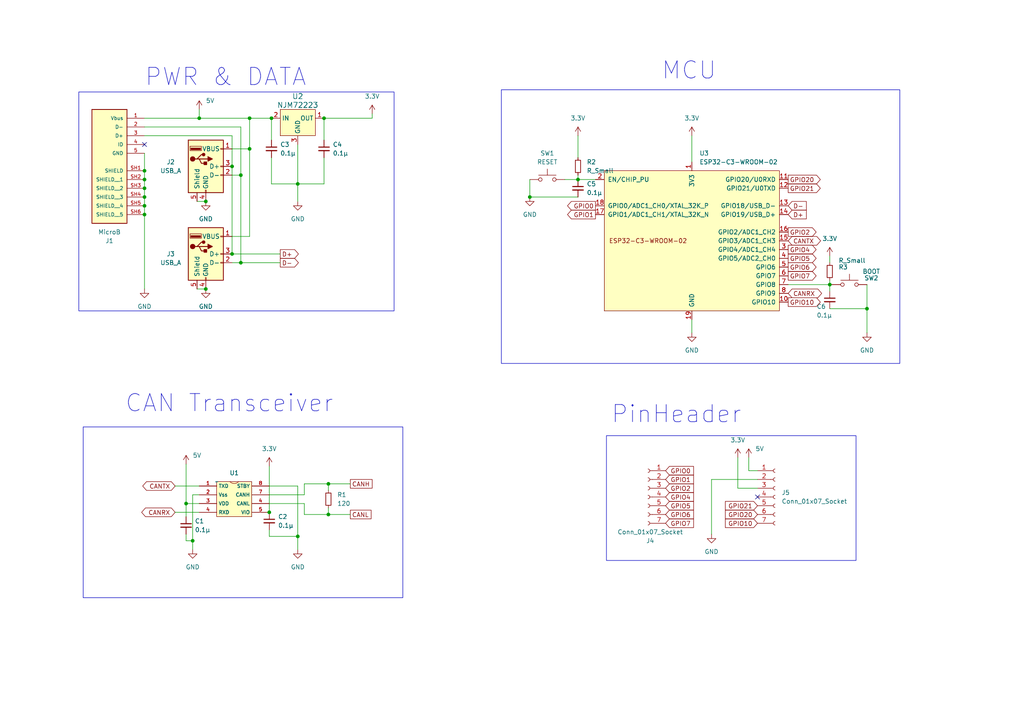
<source format=kicad_sch>
(kicad_sch (version 20230121) (generator eeschema)

  (uuid cf1e6b42-bbe6-4324-abaa-04a497ec4b90)

  (paper "A4")

  (lib_symbols
    (symbol "01.RTR-CANSystem-board_library:3.3V" (power) (pin_names (offset 0)) (in_bom yes) (on_board yes)
      (property "Reference" "#PWR" (at 0 -3.81 0)
        (effects (font (size 1.27 1.27)) hide)
      )
      (property "Value" "3.3V" (at 0 3.556 0)
        (effects (font (size 1.27 1.27)))
      )
      (property "Footprint" "" (at 0 0 0)
        (effects (font (size 1.27 1.27)) hide)
      )
      (property "Datasheet" "" (at 0 0 0)
        (effects (font (size 1.27 1.27)) hide)
      )
      (property "ki_keywords" "global power" (at 0 0 0)
        (effects (font (size 1.27 1.27)) hide)
      )
      (property "ki_description" "Power symbol creates a global label with name \"3.3V\"" (at 0 0 0)
        (effects (font (size 1.27 1.27)) hide)
      )
      (symbol "3.3V_0_1"
        (polyline
          (pts
            (xy -0.762 1.27)
            (xy 0 2.54)
          )
          (stroke (width 0) (type default))
          (fill (type none))
        )
        (polyline
          (pts
            (xy 0 0)
            (xy 0 2.54)
          )
          (stroke (width 0) (type default))
          (fill (type none))
        )
        (polyline
          (pts
            (xy 0 2.54)
            (xy 0.762 1.27)
          )
          (stroke (width 0) (type default))
          (fill (type none))
        )
      )
      (symbol "3.3V_1_1"
        (pin power_in line (at 0 0 90) (length 0) hide
          (name "3.3V" (effects (font (size 1.27 1.27))))
          (number "1" (effects (font (size 1.27 1.27))))
        )
      )
    )
    (symbol "01.RTR-CANSystem-board_library:5V" (power) (pin_names (offset 0)) (in_bom yes) (on_board yes)
      (property "Reference" "#PWR" (at 0 -3.81 0)
        (effects (font (size 1.27 1.27)) hide)
      )
      (property "Value" "5V" (at 0 3.556 0)
        (effects (font (size 1.27 1.27)))
      )
      (property "Footprint" "" (at 0 0 0)
        (effects (font (size 1.27 1.27)) hide)
      )
      (property "Datasheet" "" (at 0 0 0)
        (effects (font (size 1.27 1.27)) hide)
      )
      (property "ki_keywords" "global power" (at 0 0 0)
        (effects (font (size 1.27 1.27)) hide)
      )
      (property "ki_description" "Power symbol creates a global label with name \"5V\"" (at 0 0 0)
        (effects (font (size 1.27 1.27)) hide)
      )
      (symbol "5V_0_1"
        (polyline
          (pts
            (xy -0.762 1.27)
            (xy 0 2.54)
          )
          (stroke (width 0) (type default))
          (fill (type none))
        )
        (polyline
          (pts
            (xy 0 0)
            (xy 0 2.54)
          )
          (stroke (width 0) (type default))
          (fill (type none))
        )
        (polyline
          (pts
            (xy 0 2.54)
            (xy 0.762 1.27)
          )
          (stroke (width 0) (type default))
          (fill (type none))
        )
      )
      (symbol "5V_1_1"
        (pin power_in line (at 0 0 90) (length 0) hide
          (name "5V" (effects (font (size 1.27 1.27))))
          (number "1" (effects (font (size 1.27 1.27))))
        )
      )
    )
    (symbol "01.RTR-CANSystem-board_library:C_Small" (pin_numbers hide) (pin_names (offset 0.254) hide) (in_bom yes) (on_board yes)
      (property "Reference" "C" (at 0.254 1.778 0)
        (effects (font (size 1.27 1.27)) (justify left))
      )
      (property "Value" "C_Small" (at 0.254 -2.032 0)
        (effects (font (size 1.27 1.27)) (justify left))
      )
      (property "Footprint" "" (at 0 0 0)
        (effects (font (size 1.27 1.27)) hide)
      )
      (property "Datasheet" "~" (at 0 0 0)
        (effects (font (size 1.27 1.27)) hide)
      )
      (property "ki_keywords" "capacitor cap" (at 0 0 0)
        (effects (font (size 1.27 1.27)) hide)
      )
      (property "ki_description" "Unpolarized capacitor, small symbol" (at 0 0 0)
        (effects (font (size 1.27 1.27)) hide)
      )
      (property "ki_fp_filters" "C_*" (at 0 0 0)
        (effects (font (size 1.27 1.27)) hide)
      )
      (symbol "C_Small_0_1"
        (polyline
          (pts
            (xy -1.524 -0.508)
            (xy 1.524 -0.508)
          )
          (stroke (width 0.3302) (type default))
          (fill (type none))
        )
        (polyline
          (pts
            (xy -1.524 0.508)
            (xy 1.524 0.508)
          )
          (stroke (width 0.3048) (type default))
          (fill (type none))
        )
      )
      (symbol "C_Small_1_1"
        (pin passive line (at 0 2.54 270) (length 2.032)
          (name "~" (effects (font (size 1.27 1.27))))
          (number "1" (effects (font (size 1.27 1.27))))
        )
        (pin passive line (at 0 -2.54 90) (length 2.032)
          (name "~" (effects (font (size 1.27 1.27))))
          (number "2" (effects (font (size 1.27 1.27))))
        )
      )
    )
    (symbol "01.RTR-CANSystem-board_library:Conn_01x07_Socket" (pin_names (offset 1.016) hide) (in_bom yes) (on_board yes)
      (property "Reference" "J" (at 0 10.16 0)
        (effects (font (size 1.27 1.27)))
      )
      (property "Value" "Conn_01x07_Socket" (at 0 -10.16 0)
        (effects (font (size 1.27 1.27)))
      )
      (property "Footprint" "" (at 0 0 0)
        (effects (font (size 1.27 1.27)) hide)
      )
      (property "Datasheet" "~" (at 0 0 0)
        (effects (font (size 1.27 1.27)) hide)
      )
      (property "ki_locked" "" (at 0 0 0)
        (effects (font (size 1.27 1.27)))
      )
      (property "ki_keywords" "connector" (at 0 0 0)
        (effects (font (size 1.27 1.27)) hide)
      )
      (property "ki_description" "Generic connector, single row, 01x07, script generated" (at 0 0 0)
        (effects (font (size 1.27 1.27)) hide)
      )
      (property "ki_fp_filters" "Connector*:*_1x??_*" (at 0 0 0)
        (effects (font (size 1.27 1.27)) hide)
      )
      (symbol "Conn_01x07_Socket_1_1"
        (arc (start 0 -7.112) (mid -0.5058 -7.62) (end 0 -8.128)
          (stroke (width 0.1524) (type default))
          (fill (type none))
        )
        (arc (start 0 -4.572) (mid -0.5058 -5.08) (end 0 -5.588)
          (stroke (width 0.1524) (type default))
          (fill (type none))
        )
        (arc (start 0 -2.032) (mid -0.5058 -2.54) (end 0 -3.048)
          (stroke (width 0.1524) (type default))
          (fill (type none))
        )
        (polyline
          (pts
            (xy -1.27 -7.62)
            (xy -0.508 -7.62)
          )
          (stroke (width 0.1524) (type default))
          (fill (type none))
        )
        (polyline
          (pts
            (xy -1.27 -5.08)
            (xy -0.508 -5.08)
          )
          (stroke (width 0.1524) (type default))
          (fill (type none))
        )
        (polyline
          (pts
            (xy -1.27 -2.54)
            (xy -0.508 -2.54)
          )
          (stroke (width 0.1524) (type default))
          (fill (type none))
        )
        (polyline
          (pts
            (xy -1.27 0)
            (xy -0.508 0)
          )
          (stroke (width 0.1524) (type default))
          (fill (type none))
        )
        (polyline
          (pts
            (xy -1.27 2.54)
            (xy -0.508 2.54)
          )
          (stroke (width 0.1524) (type default))
          (fill (type none))
        )
        (polyline
          (pts
            (xy -1.27 5.08)
            (xy -0.508 5.08)
          )
          (stroke (width 0.1524) (type default))
          (fill (type none))
        )
        (polyline
          (pts
            (xy -1.27 7.62)
            (xy -0.508 7.62)
          )
          (stroke (width 0.1524) (type default))
          (fill (type none))
        )
        (arc (start 0 0.508) (mid -0.5058 0) (end 0 -0.508)
          (stroke (width 0.1524) (type default))
          (fill (type none))
        )
        (arc (start 0 3.048) (mid -0.5058 2.54) (end 0 2.032)
          (stroke (width 0.1524) (type default))
          (fill (type none))
        )
        (arc (start 0 5.588) (mid -0.5058 5.08) (end 0 4.572)
          (stroke (width 0.1524) (type default))
          (fill (type none))
        )
        (arc (start 0 8.128) (mid -0.5058 7.62) (end 0 7.112)
          (stroke (width 0.1524) (type default))
          (fill (type none))
        )
        (pin passive line (at -5.08 7.62 0) (length 3.81)
          (name "Pin_1" (effects (font (size 1.27 1.27))))
          (number "1" (effects (font (size 1.27 1.27))))
        )
        (pin passive line (at -5.08 5.08 0) (length 3.81)
          (name "Pin_2" (effects (font (size 1.27 1.27))))
          (number "2" (effects (font (size 1.27 1.27))))
        )
        (pin passive line (at -5.08 2.54 0) (length 3.81)
          (name "Pin_3" (effects (font (size 1.27 1.27))))
          (number "3" (effects (font (size 1.27 1.27))))
        )
        (pin passive line (at -5.08 0 0) (length 3.81)
          (name "Pin_4" (effects (font (size 1.27 1.27))))
          (number "4" (effects (font (size 1.27 1.27))))
        )
        (pin passive line (at -5.08 -2.54 0) (length 3.81)
          (name "Pin_5" (effects (font (size 1.27 1.27))))
          (number "5" (effects (font (size 1.27 1.27))))
        )
        (pin passive line (at -5.08 -5.08 0) (length 3.81)
          (name "Pin_6" (effects (font (size 1.27 1.27))))
          (number "6" (effects (font (size 1.27 1.27))))
        )
        (pin passive line (at -5.08 -7.62 0) (length 3.81)
          (name "Pin_7" (effects (font (size 1.27 1.27))))
          (number "7" (effects (font (size 1.27 1.27))))
        )
      )
    )
    (symbol "01.RTR-CANSystem-board_library:ESP32-C3-WROOM-02" (pin_names (offset 1.016)) (in_bom yes) (on_board yes)
      (property "Reference" "U" (at -25.4 25.4 0)
        (effects (font (size 1.27 1.27)) (justify left))
      )
      (property "Value" "ESP32-C3-WROOM-02" (at -25.4 22.86 0)
        (effects (font (size 1.27 1.27)) (justify left))
      )
      (property "Footprint" "PCM_Espressif:ESP32-C3-WROOM-02" (at 0 -30.48 0)
        (effects (font (size 1.27 1.27)) hide)
      )
      (property "Datasheet" "https://www.espressif.com/sites/default/files/documentation/esp32-c3-wroom-02_datasheet_en.pdf" (at -2.54 -33.02 0)
        (effects (font (size 1.27 1.27)) hide)
      )
      (property "ki_keywords" "esp32-c3 module" (at 0 0 0)
        (effects (font (size 1.27 1.27)) hide)
      )
      (property "ki_description" "ESP32-C3-WROOM-02 is a general-purpose Wi-Fi and Bluetooth LE module. This module features a rich set of peripherals and high performance, which makes it an ideal choice for smart home, industrial automation, health care, consumer electronics, etc." (at 0 0 0)
        (effects (font (size 1.27 1.27)) hide)
      )
      (symbol "ESP32-C3-WROOM-02_0_0"
        (text "ESP32-C3-WROOM-02" (at -12.7 0 0)
          (effects (font (size 1.27 1.27)))
        )
      )
      (symbol "ESP32-C3-WROOM-02_0_1"
        (rectangle (start 25.4 20.32) (end -25.4 -20.32)
          (stroke (width 0) (type default))
          (fill (type background))
        )
      )
      (symbol "ESP32-C3-WROOM-02_1_1"
        (pin power_in line (at 0 22.86 270) (length 2.54)
          (name "3V3" (effects (font (size 1.27 1.27))))
          (number "1" (effects (font (size 1.27 1.27))))
        )
        (pin bidirectional line (at 27.94 -17.78 180) (length 2.54)
          (name "GPIO10" (effects (font (size 1.27 1.27))))
          (number "10" (effects (font (size 1.27 1.27))))
        )
        (pin bidirectional line (at 27.94 17.78 180) (length 2.54)
          (name "GPIO20/U0RXD" (effects (font (size 1.27 1.27))))
          (number "11" (effects (font (size 1.27 1.27))))
        )
        (pin bidirectional line (at 27.94 15.24 180) (length 2.54)
          (name "GPIO21/U0TXD" (effects (font (size 1.27 1.27))))
          (number "12" (effects (font (size 1.27 1.27))))
        )
        (pin bidirectional line (at 27.94 10.16 180) (length 2.54)
          (name "GPIO18/USB_D-" (effects (font (size 1.27 1.27))))
          (number "13" (effects (font (size 1.27 1.27))))
        )
        (pin bidirectional line (at 27.94 7.62 180) (length 2.54)
          (name "GPIO19/USB_D+" (effects (font (size 1.27 1.27))))
          (number "14" (effects (font (size 1.27 1.27))))
        )
        (pin bidirectional line (at 27.94 0 180) (length 2.54)
          (name "GPIO3/ADC1_CH3" (effects (font (size 1.27 1.27))))
          (number "15" (effects (font (size 1.27 1.27))))
        )
        (pin bidirectional line (at 27.94 2.54 180) (length 2.54)
          (name "GPIO2/ADC1_CH2" (effects (font (size 1.27 1.27))))
          (number "16" (effects (font (size 1.27 1.27))))
        )
        (pin bidirectional line (at -27.94 7.62 0) (length 2.54)
          (name "GPIO1/ADC1_CH1/XTAL_32K_N" (effects (font (size 1.27 1.27))))
          (number "17" (effects (font (size 1.27 1.27))))
        )
        (pin bidirectional line (at -27.94 10.16 0) (length 2.54)
          (name "GPIO0/ADC1_CH0/XTAL_32K_P" (effects (font (size 1.27 1.27))))
          (number "18" (effects (font (size 1.27 1.27))))
        )
        (pin power_in line (at 0 -22.86 90) (length 2.54)
          (name "GND" (effects (font (size 1.27 1.27))))
          (number "19" (effects (font (size 1.27 1.27))))
        )
        (pin input line (at -27.94 17.78 0) (length 2.54)
          (name "EN/CHIP_PU" (effects (font (size 1.27 1.27))))
          (number "2" (effects (font (size 1.27 1.27))))
        )
        (pin bidirectional line (at 27.94 -2.54 180) (length 2.54)
          (name "GPIO4/ADC1_CH4" (effects (font (size 1.27 1.27))))
          (number "3" (effects (font (size 1.27 1.27))))
        )
        (pin bidirectional line (at 27.94 -5.08 180) (length 2.54)
          (name "GPIO5/ADC2_CH0" (effects (font (size 1.27 1.27))))
          (number "4" (effects (font (size 1.27 1.27))))
        )
        (pin bidirectional line (at 27.94 -7.62 180) (length 2.54)
          (name "GPIO6" (effects (font (size 1.27 1.27))))
          (number "5" (effects (font (size 1.27 1.27))))
        )
        (pin bidirectional line (at 27.94 -10.16 180) (length 2.54)
          (name "GPIO7" (effects (font (size 1.27 1.27))))
          (number "6" (effects (font (size 1.27 1.27))))
        )
        (pin bidirectional line (at 27.94 -12.7 180) (length 2.54)
          (name "GPIO8" (effects (font (size 1.27 1.27))))
          (number "7" (effects (font (size 1.27 1.27))))
        )
        (pin bidirectional line (at 27.94 -15.24 180) (length 2.54)
          (name "GPIO9" (effects (font (size 1.27 1.27))))
          (number "8" (effects (font (size 1.27 1.27))))
        )
        (pin passive line (at 0 -22.86 90) (length 2.54) hide
          (name "GND" (effects (font (size 1.27 1.27))))
          (number "9" (effects (font (size 1.27 1.27))))
        )
      )
    )
    (symbol "01.RTR-CANSystem-board_library:GND" (power) (pin_names (offset 0)) (in_bom yes) (on_board yes)
      (property "Reference" "#PWR" (at 0 -6.35 0)
        (effects (font (size 1.27 1.27)) hide)
      )
      (property "Value" "GND" (at 0 -3.81 0)
        (effects (font (size 1.27 1.27)))
      )
      (property "Footprint" "" (at 0 0 0)
        (effects (font (size 1.27 1.27)) hide)
      )
      (property "Datasheet" "" (at 0 0 0)
        (effects (font (size 1.27 1.27)) hide)
      )
      (property "ki_keywords" "global power" (at 0 0 0)
        (effects (font (size 1.27 1.27)) hide)
      )
      (property "ki_description" "Power symbol creates a global label with name \"GND\" , ground" (at 0 0 0)
        (effects (font (size 1.27 1.27)) hide)
      )
      (symbol "GND_0_1"
        (polyline
          (pts
            (xy 0 0)
            (xy 0 -1.27)
            (xy 1.27 -1.27)
            (xy 0 -2.54)
            (xy -1.27 -1.27)
            (xy 0 -1.27)
          )
          (stroke (width 0) (type default))
          (fill (type none))
        )
      )
      (symbol "GND_1_1"
        (pin power_in line (at 0 0 270) (length 0) hide
          (name "GND" (effects (font (size 1.27 1.27))))
          (number "1" (effects (font (size 1.27 1.27))))
        )
      )
    )
    (symbol "01.RTR-CANSystem-board_library:MC7805CT-BP" (in_bom yes) (on_board yes)
      (property "Reference" "U" (at 0 3.81 0)
        (effects (font (size 1.524 1.524)))
      )
      (property "Value" "MC7805CT-BP" (at 0 6.35 0)
        (effects (font (size 1.524 1.524)))
      )
      (property "Footprint" "digikey-footprints:TO-220-3" (at 5.08 5.08 0)
        (effects (font (size 1.524 1.524)) (justify left) hide)
      )
      (property "Datasheet" "https://www.mccsemi.com/pdf/Products/MC7805CT(TO-220).pdf" (at 5.08 7.62 0)
        (effects (font (size 1.524 1.524)) (justify left) hide)
      )
      (property "Digi-Key_PN" "MC7805CT-BPMS-ND" (at 5.08 10.16 0)
        (effects (font (size 1.524 1.524)) (justify left) hide)
      )
      (property "MPN" "MC7805CT-BP" (at 5.08 12.7 0)
        (effects (font (size 1.524 1.524)) (justify left) hide)
      )
      (property "Category" "Integrated Circuits (ICs)" (at 5.08 15.24 0)
        (effects (font (size 1.524 1.524)) (justify left) hide)
      )
      (property "Family" "PMIC - Voltage Regulators - Linear" (at 5.08 17.78 0)
        (effects (font (size 1.524 1.524)) (justify left) hide)
      )
      (property "DK_Datasheet_Link" "https://www.mccsemi.com/pdf/Products/MC7805CT(TO-220).pdf" (at 5.08 20.32 0)
        (effects (font (size 1.524 1.524)) (justify left) hide)
      )
      (property "DK_Detail_Page" "/product-detail/en/micro-commercial-co/MC7805CT-BP/MC7805CT-BPMS-ND/804682" (at 5.08 22.86 0)
        (effects (font (size 1.524 1.524)) (justify left) hide)
      )
      (property "Description" "IC REG LINEAR 5V 1.5A TO220" (at 5.08 25.4 0)
        (effects (font (size 1.524 1.524)) (justify left) hide)
      )
      (property "Manufacturer" "Micro Commercial Co" (at 5.08 27.94 0)
        (effects (font (size 1.524 1.524)) (justify left) hide)
      )
      (property "Status" "Active" (at 5.08 30.48 0)
        (effects (font (size 1.524 1.524)) (justify left) hide)
      )
      (property "ki_keywords" "MC7805CT-BPMS-ND" (at 0 0 0)
        (effects (font (size 1.27 1.27)) hide)
      )
      (property "ki_description" "IC REG LINEAR 5V 1.5A TO220" (at 0 0 0)
        (effects (font (size 1.27 1.27)) hide)
      )
      (symbol "MC7805CT-BP_0_1"
        (rectangle (start -5.08 2.54) (end 5.08 -5.08)
          (stroke (width 0) (type solid))
          (fill (type background))
        )
      )
      (symbol "MC7805CT-BP_1_1"
        (pin power_out line (at -7.62 0 0) (length 2.54)
          (name "OUT" (effects (font (size 1.27 1.27))))
          (number "1" (effects (font (size 1.27 1.27))))
        )
        (pin power_in line (at 7.62 0 180) (length 2.54)
          (name "IN" (effects (font (size 1.27 1.27))))
          (number "2" (effects (font (size 1.27 1.27))))
        )
        (pin power_in line (at 0 -7.62 90) (length 2.54)
          (name "GND" (effects (font (size 1.27 1.27))))
          (number "3" (effects (font (size 1.27 1.27))))
        )
      )
    )
    (symbol "01.RTR-CANSystem-board_library:MCP2562FD-E/P" (in_bom yes) (on_board yes)
      (property "Reference" "U" (at 0 1.27 0)
        (effects (font (size 1.27 1.27)))
      )
      (property "Value" "" (at 0 0 0)
        (effects (font (size 1.27 1.27)))
      )
      (property "Footprint" "" (at 0 0 0)
        (effects (font (size 1.27 1.27)) hide)
      )
      (property "Datasheet" "" (at 0 0 0)
        (effects (font (size 1.27 1.27)) hide)
      )
      (symbol "MCP2562FD-E/P_1_0"
        (pin passive line (at -5.08 -1.27 0) (length 5.08)
          (name "TXD" (effects (font (size 1.016 1.016))))
          (number "1" (effects (font (size 1.016 1.016))))
        )
        (pin passive line (at -5.08 -3.81 0) (length 5.08)
          (name "Vss" (effects (font (size 1.016 1.016))))
          (number "2" (effects (font (size 1.016 1.016))))
        )
        (pin passive line (at -5.08 -6.35 0) (length 5.08)
          (name "VDD" (effects (font (size 1.016 1.016))))
          (number "3" (effects (font (size 1.016 1.016))))
        )
        (pin passive line (at 15.24 -6.35 180) (length 5.08)
          (name "CANL" (effects (font (size 1.016 1.016))))
          (number "4" (effects (font (size 1.016 1.016))))
        )
        (pin passive line (at -5.08 -8.89 0) (length 5.08)
          (name "RXD" (effects (font (size 1.016 1.016))))
          (number "4" (effects (font (size 1.016 1.016))))
        )
        (pin passive line (at 15.24 -8.89 180) (length 5.08)
          (name "VIO" (effects (font (size 1.016 1.016))))
          (number "5" (effects (font (size 1.016 1.016))))
        )
        (pin passive line (at 15.24 -3.81 180) (length 5.08)
          (name "CANH" (effects (font (size 1.016 1.016))))
          (number "7" (effects (font (size 1.016 1.016))))
        )
        (pin passive line (at 15.24 -1.27 180) (length 5.08)
          (name "STBY" (effects (font (size 1.016 1.016))))
          (number "8" (effects (font (size 1.016 1.016))))
        )
      )
      (symbol "MCP2562FD-E/P_1_1"
        (rectangle (start 0 0) (end 10.16 -10.16)
          (stroke (width 0) (type default))
          (fill (type background))
        )
        (arc (start 3.81 0) (mid 5.08 -0.526) (end 6.35 0)
          (stroke (width 0) (type default))
          (fill (type none))
        )
      )
    )
    (symbol "01.RTR-CANSystem-board_library:R_Small" (pin_numbers hide) (pin_names (offset 0.254) hide) (in_bom yes) (on_board yes)
      (property "Reference" "R" (at 0.762 0.508 0)
        (effects (font (size 1.27 1.27)) (justify left))
      )
      (property "Value" "R_Small" (at 0.762 -1.016 0)
        (effects (font (size 1.27 1.27)) (justify left))
      )
      (property "Footprint" "" (at 0 0 0)
        (effects (font (size 1.27 1.27)) hide)
      )
      (property "Datasheet" "~" (at 0 0 0)
        (effects (font (size 1.27 1.27)) hide)
      )
      (property "ki_keywords" "R resistor" (at 0 0 0)
        (effects (font (size 1.27 1.27)) hide)
      )
      (property "ki_description" "Resistor, small symbol" (at 0 0 0)
        (effects (font (size 1.27 1.27)) hide)
      )
      (property "ki_fp_filters" "R_*" (at 0 0 0)
        (effects (font (size 1.27 1.27)) hide)
      )
      (symbol "R_Small_0_1"
        (rectangle (start -0.762 1.778) (end 0.762 -1.778)
          (stroke (width 0.2032) (type default))
          (fill (type none))
        )
      )
      (symbol "R_Small_1_1"
        (pin passive line (at 0 2.54 270) (length 0.762)
          (name "~" (effects (font (size 1.27 1.27))))
          (number "1" (effects (font (size 1.27 1.27))))
        )
        (pin passive line (at 0 -2.54 90) (length 0.762)
          (name "~" (effects (font (size 1.27 1.27))))
          (number "2" (effects (font (size 1.27 1.27))))
        )
      )
    )
    (symbol "01.RTR-CANSystem-board_library:SW_Push" (pin_numbers hide) (pin_names (offset 1.016) hide) (in_bom yes) (on_board yes)
      (property "Reference" "SW" (at 1.27 2.54 0)
        (effects (font (size 1.27 1.27)) (justify left))
      )
      (property "Value" "SW_Push" (at 0 -1.524 0)
        (effects (font (size 1.27 1.27)))
      )
      (property "Footprint" "" (at 0 5.08 0)
        (effects (font (size 1.27 1.27)) hide)
      )
      (property "Datasheet" "~" (at 0 5.08 0)
        (effects (font (size 1.27 1.27)) hide)
      )
      (property "ki_keywords" "switch normally-open pushbutton push-button" (at 0 0 0)
        (effects (font (size 1.27 1.27)) hide)
      )
      (property "ki_description" "Push button switch, generic, two pins" (at 0 0 0)
        (effects (font (size 1.27 1.27)) hide)
      )
      (symbol "SW_Push_0_1"
        (circle (center -2.032 0) (radius 0.508)
          (stroke (width 0) (type default))
          (fill (type none))
        )
        (polyline
          (pts
            (xy 0 1.27)
            (xy 0 3.048)
          )
          (stroke (width 0) (type default))
          (fill (type none))
        )
        (polyline
          (pts
            (xy 2.54 1.27)
            (xy -2.54 1.27)
          )
          (stroke (width 0) (type default))
          (fill (type none))
        )
        (circle (center 2.032 0) (radius 0.508)
          (stroke (width 0) (type default))
          (fill (type none))
        )
        (pin passive line (at -5.08 0 0) (length 2.54)
          (name "1" (effects (font (size 1.27 1.27))))
          (number "1" (effects (font (size 1.27 1.27))))
        )
        (pin passive line (at 5.08 0 180) (length 2.54)
          (name "2" (effects (font (size 1.27 1.27))))
          (number "2" (effects (font (size 1.27 1.27))))
        )
      )
    )
    (symbol "01.RTR-CANSystem-board_library:USB_A" (pin_names (offset 1.016)) (in_bom yes) (on_board yes)
      (property "Reference" "J" (at -5.08 11.43 0)
        (effects (font (size 1.27 1.27)) (justify left))
      )
      (property "Value" "USB_A" (at -5.08 8.89 0)
        (effects (font (size 1.27 1.27)) (justify left))
      )
      (property "Footprint" "" (at 3.81 -1.27 0)
        (effects (font (size 1.27 1.27)) hide)
      )
      (property "Datasheet" " ~" (at 3.81 -1.27 0)
        (effects (font (size 1.27 1.27)) hide)
      )
      (property "ki_keywords" "connector USB" (at 0 0 0)
        (effects (font (size 1.27 1.27)) hide)
      )
      (property "ki_description" "USB Type A connector" (at 0 0 0)
        (effects (font (size 1.27 1.27)) hide)
      )
      (property "ki_fp_filters" "USB*" (at 0 0 0)
        (effects (font (size 1.27 1.27)) hide)
      )
      (symbol "USB_A_0_1"
        (rectangle (start -5.08 -7.62) (end 5.08 7.62)
          (stroke (width 0.254) (type default))
          (fill (type background))
        )
        (circle (center -3.81 2.159) (radius 0.635)
          (stroke (width 0.254) (type default))
          (fill (type outline))
        )
        (rectangle (start -1.524 4.826) (end -4.318 5.334)
          (stroke (width 0) (type default))
          (fill (type outline))
        )
        (rectangle (start -1.27 4.572) (end -4.572 5.842)
          (stroke (width 0) (type default))
          (fill (type none))
        )
        (circle (center -0.635 3.429) (radius 0.381)
          (stroke (width 0.254) (type default))
          (fill (type outline))
        )
        (rectangle (start -0.127 -7.62) (end 0.127 -6.858)
          (stroke (width 0) (type default))
          (fill (type none))
        )
        (polyline
          (pts
            (xy -3.175 2.159)
            (xy -2.54 2.159)
            (xy -1.27 3.429)
            (xy -0.635 3.429)
          )
          (stroke (width 0.254) (type default))
          (fill (type none))
        )
        (polyline
          (pts
            (xy -2.54 2.159)
            (xy -1.905 2.159)
            (xy -1.27 0.889)
            (xy 0 0.889)
          )
          (stroke (width 0.254) (type default))
          (fill (type none))
        )
        (polyline
          (pts
            (xy 0.635 2.794)
            (xy 0.635 1.524)
            (xy 1.905 2.159)
            (xy 0.635 2.794)
          )
          (stroke (width 0.254) (type default))
          (fill (type outline))
        )
        (rectangle (start 0.254 1.27) (end -0.508 0.508)
          (stroke (width 0.254) (type default))
          (fill (type outline))
        )
        (rectangle (start 5.08 -2.667) (end 4.318 -2.413)
          (stroke (width 0) (type default))
          (fill (type none))
        )
        (rectangle (start 5.08 -0.127) (end 4.318 0.127)
          (stroke (width 0) (type default))
          (fill (type none))
        )
        (rectangle (start 5.08 4.953) (end 4.318 5.207)
          (stroke (width 0) (type default))
          (fill (type none))
        )
      )
      (symbol "USB_A_1_1"
        (polyline
          (pts
            (xy -1.905 2.159)
            (xy 0.635 2.159)
          )
          (stroke (width 0.254) (type default))
          (fill (type none))
        )
        (pin power_in line (at 7.62 5.08 180) (length 2.54)
          (name "VBUS" (effects (font (size 1.27 1.27))))
          (number "1" (effects (font (size 1.27 1.27))))
        )
        (pin bidirectional line (at 7.62 -2.54 180) (length 2.54)
          (name "D-" (effects (font (size 1.27 1.27))))
          (number "2" (effects (font (size 1.27 1.27))))
        )
        (pin bidirectional line (at 7.62 0 180) (length 2.54)
          (name "D+" (effects (font (size 1.27 1.27))))
          (number "3" (effects (font (size 1.27 1.27))))
        )
        (pin power_in line (at 0 -10.16 90) (length 2.54)
          (name "GND" (effects (font (size 1.27 1.27))))
          (number "4" (effects (font (size 1.27 1.27))))
        )
        (pin passive line (at -2.54 -10.16 90) (length 2.54)
          (name "Shield" (effects (font (size 1.27 1.27))))
          (number "5" (effects (font (size 1.27 1.27))))
        )
      )
    )
    (symbol "01.RTR-CANSystem-board_library:ZX62-B-5PA_33_" (pin_names (offset 1.016)) (in_bom yes) (on_board yes)
      (property "Reference" "J" (at -5.0852 10.8061 0)
        (effects (font (size 1.27 1.27)) (justify left bottom))
      )
      (property "Value" "ZX62-B-5PA_33_" (at -5.0822 -25.4055 0)
        (effects (font (size 1.27 1.27)) (justify left bottom))
      )
      (property "Footprint" "ZX62-B-5PA_33_:HRS_ZX62-B-5PA_33_" (at 0 0 0)
        (effects (font (size 1.27 1.27)) (justify bottom) hide)
      )
      (property "Datasheet" "" (at 0 0 0)
        (effects (font (size 1.27 1.27)) hide)
      )
      (property "PARTREV" "" (at 0 0 0)
        (effects (font (size 1.27 1.27)) (justify bottom) hide)
      )
      (property "STANDARD" "Manufacturer Recommendations" (at 0 0 0)
        (effects (font (size 1.27 1.27)) (justify bottom) hide)
      )
      (property "MANUFACTURER" "HRS" (at 0 0 0)
        (effects (font (size 1.27 1.27)) (justify bottom) hide)
      )
      (symbol "ZX62-B-5PA_33__0_0"
        (rectangle (start -5.08 10.16) (end 5.08 -22.86)
          (stroke (width 0.254) (type default))
          (fill (type background))
        )
        (pin passive line (at -10.16 -7.62 0) (length 5.08)
          (name "SHIELD" (effects (font (size 1.016 1.016))))
          (number "SH1" (effects (font (size 1.016 1.016))))
        )
        (pin passive line (at -10.16 -10.16 0) (length 5.08)
          (name "SHIELD__1" (effects (font (size 1.016 1.016))))
          (number "SH2" (effects (font (size 1.016 1.016))))
        )
        (pin passive line (at -10.16 -12.7 0) (length 5.08)
          (name "SHIELD__2" (effects (font (size 1.016 1.016))))
          (number "SH3" (effects (font (size 1.016 1.016))))
        )
        (pin passive line (at -10.16 -15.24 0) (length 5.08)
          (name "SHIELD__3" (effects (font (size 1.016 1.016))))
          (number "SH4" (effects (font (size 1.016 1.016))))
        )
        (pin passive line (at -10.16 -17.78 0) (length 5.08)
          (name "SHIELD__4" (effects (font (size 1.016 1.016))))
          (number "SH5" (effects (font (size 1.016 1.016))))
        )
        (pin passive line (at -10.16 -20.32 0) (length 5.08)
          (name "SHIELD__5" (effects (font (size 1.016 1.016))))
          (number "SH6" (effects (font (size 1.016 1.016))))
        )
      )
      (symbol "ZX62-B-5PA_33__1_0"
        (pin passive line (at -10.16 7.62 0) (length 5.08)
          (name "Vbus" (effects (font (size 1.016 1.016))))
          (number "1" (effects (font (size 1.016 1.016))))
        )
        (pin passive line (at -10.16 5.08 0) (length 5.08)
          (name "D-" (effects (font (size 1.016 1.016))))
          (number "2" (effects (font (size 1.016 1.016))))
        )
        (pin passive line (at -10.16 2.54 0) (length 5.08)
          (name "D+" (effects (font (size 1.016 1.016))))
          (number "3" (effects (font (size 1.016 1.016))))
        )
        (pin passive line (at -10.16 0 0) (length 5.08)
          (name "ID" (effects (font (size 1.016 1.016))))
          (number "4" (effects (font (size 1.016 1.016))))
        )
        (pin passive line (at -10.16 -2.54 0) (length 5.08)
          (name "GND" (effects (font (size 1.016 1.016))))
          (number "5" (effects (font (size 1.016 1.016))))
        )
      )
    )
  )

  (junction (at 78.105 148.59) (diameter 0) (color 0 0 0 0)
    (uuid 063139eb-6ec5-4010-b0b9-d443128fe135)
  )
  (junction (at 153.67 57.15) (diameter 0) (color 0 0 0 0)
    (uuid 0bf81540-b006-4acc-92c5-a5c999d34602)
  )
  (junction (at 69.85 76.2) (diameter 0) (color 0 0 0 0)
    (uuid 0e610d1e-f10e-46ca-93e3-512133d81408)
  )
  (junction (at 41.91 57.15) (diameter 0) (color 0 0 0 0)
    (uuid 0ed5ffd6-d02e-4e1f-9b72-f638231e4cd4)
  )
  (junction (at 59.69 58.42) (diameter 0) (color 0 0 0 0)
    (uuid 1b2c8def-d81c-4697-abe9-438ff89cf3d2)
  )
  (junction (at 41.91 54.61) (diameter 0) (color 0 0 0 0)
    (uuid 244ef264-2351-479e-bba1-cb93dbea3442)
  )
  (junction (at 41.91 62.23) (diameter 0) (color 0 0 0 0)
    (uuid 296d62e1-d9e0-42cd-b991-db7293261ea7)
  )
  (junction (at 78.74 34.29) (diameter 0) (color 0 0 0 0)
    (uuid 2b35095e-f7d3-4718-85e8-634562095ccb)
  )
  (junction (at 93.98 34.29) (diameter 0) (color 0 0 0 0)
    (uuid 425bcc65-f636-402e-9112-0e0169e13e25)
  )
  (junction (at 251.46 89.535) (diameter 0) (color 0 0 0 0)
    (uuid 4fe7eda6-100e-4b8a-b30e-dc24f7da442a)
  )
  (junction (at 57.785 34.29) (diameter 0) (color 0 0 0 0)
    (uuid 533c72b2-d1a8-4c4d-8998-d0a834d73c72)
  )
  (junction (at 69.85 50.8) (diameter 0) (color 0 0 0 0)
    (uuid 6d777c00-ef5c-45dd-a526-9a7ca72a2143)
  )
  (junction (at 53.975 146.05) (diameter 0) (color 0 0 0 0)
    (uuid 7fa5f1d2-8424-41f6-819e-2764a1617149)
  )
  (junction (at 67.31 73.66) (diameter 0) (color 0 0 0 0)
    (uuid 93b21c96-5203-4c95-83a9-9dad6fac6c3c)
  )
  (junction (at 86.36 155.575) (diameter 0) (color 0 0 0 0)
    (uuid 946605c8-78b0-4f21-8c4e-517250d1b7d3)
  )
  (junction (at 86.36 53.34) (diameter 0) (color 0 0 0 0)
    (uuid 9ca9ed90-3394-45c7-b849-b4b4a71cb514)
  )
  (junction (at 167.64 52.07) (diameter 0) (color 0 0 0 0)
    (uuid b543b6d2-9586-444d-89c5-f37b33d4ab21)
  )
  (junction (at 41.91 59.69) (diameter 0) (color 0 0 0 0)
    (uuid bbbf3fb4-c255-4dfb-aeed-251bdc645f95)
  )
  (junction (at 95.25 149.225) (diameter 0) (color 0 0 0 0)
    (uuid c4a08cf6-767e-4ffb-8a9e-c05384d067ed)
  )
  (junction (at 240.665 82.55) (diameter 0) (color 0 0 0 0)
    (uuid c561101d-bbbb-4405-ae97-f9257b8b06d0)
  )
  (junction (at 41.91 52.07) (diameter 0) (color 0 0 0 0)
    (uuid c59e09a3-2ba1-4dfb-86c3-9f1fcd0c2c38)
  )
  (junction (at 59.69 83.82) (diameter 0) (color 0 0 0 0)
    (uuid c8156a5b-917d-4ec3-81de-75c75f062e1a)
  )
  (junction (at 72.39 43.18) (diameter 0) (color 0 0 0 0)
    (uuid d6ed2c32-fcec-4153-9203-aa1ab0835fcf)
  )
  (junction (at 67.31 48.26) (diameter 0) (color 0 0 0 0)
    (uuid d8ae35dc-814f-4caa-a307-932662405539)
  )
  (junction (at 95.25 140.335) (diameter 0) (color 0 0 0 0)
    (uuid dbdca38e-58a0-440d-ac80-88fa2dd1a410)
  )
  (junction (at 55.88 156.845) (diameter 0) (color 0 0 0 0)
    (uuid f150f800-0c53-4fc9-be8e-aa12720a3b36)
  )
  (junction (at 41.91 49.53) (diameter 0) (color 0 0 0 0)
    (uuid f73b053d-27bb-4963-a80a-7bea5aa9b99e)
  )
  (junction (at 72.39 34.29) (diameter 0) (color 0 0 0 0)
    (uuid fb0d5217-edc2-44e8-9407-0a2a4b20fca6)
  )

  (no_connect (at 41.91 41.91) (uuid d2415ca3-4f91-4fdc-9572-f3ebc2682ac8))
  (no_connect (at 219.71 144.145) (uuid e1431959-008b-47f6-80d2-0050719d7cb0))

  (wire (pts (xy 67.31 43.18) (xy 72.39 43.18))
    (stroke (width 0) (type default))
    (uuid 01036632-5cf3-4792-bc5a-e71738f2411c)
  )
  (wire (pts (xy 55.88 143.51) (xy 55.88 156.845))
    (stroke (width 0) (type default))
    (uuid 07c27bd5-4b7b-4a62-b854-2be1eaae2e85)
  )
  (wire (pts (xy 86.36 53.34) (xy 86.36 58.42))
    (stroke (width 0) (type default))
    (uuid 09e7ca32-99f4-4f8c-b4e5-1bd15cc72b77)
  )
  (wire (pts (xy 78.74 34.29) (xy 78.74 40.64))
    (stroke (width 0) (type default))
    (uuid 0d158f89-151e-4a18-a01a-f2929ac24d01)
  )
  (wire (pts (xy 86.36 53.34) (xy 93.98 53.34))
    (stroke (width 0) (type default))
    (uuid 0e643907-b6ba-422c-b909-bc5a15893cca)
  )
  (wire (pts (xy 72.39 68.58) (xy 72.39 43.18))
    (stroke (width 0) (type default))
    (uuid 1203f4ef-d9a6-4cc1-a809-8eb9fe295851)
  )
  (wire (pts (xy 78.105 146.05) (xy 88.265 146.05))
    (stroke (width 0) (type default))
    (uuid 160ae35a-8e4b-4887-badd-eda69e0c39a6)
  )
  (wire (pts (xy 88.265 140.335) (xy 95.25 140.335))
    (stroke (width 0) (type default))
    (uuid 17316e36-3dfd-4a58-8060-def44176a3ef)
  )
  (wire (pts (xy 41.91 57.15) (xy 41.91 59.69))
    (stroke (width 0) (type default))
    (uuid 18f5eefa-8d4b-4d9a-ae2b-0fd88d533c91)
  )
  (wire (pts (xy 86.36 140.97) (xy 78.105 140.97))
    (stroke (width 0) (type default))
    (uuid 21d8f55d-44ae-4274-a0fa-3f52c2f8cbcf)
  )
  (wire (pts (xy 88.265 146.05) (xy 88.265 149.225))
    (stroke (width 0) (type default))
    (uuid 2399ac8c-24c3-4d5b-8946-19302be57373)
  )
  (wire (pts (xy 78.105 155.575) (xy 86.36 155.575))
    (stroke (width 0) (type default))
    (uuid 23c96b44-27ff-4ad5-b7ed-02f0d449507e)
  )
  (wire (pts (xy 240.665 82.55) (xy 241.3 82.55))
    (stroke (width 0) (type default))
    (uuid 25f10d50-ee29-4720-9ddf-5df1d152af88)
  )
  (wire (pts (xy 95.25 140.335) (xy 95.25 142.24))
    (stroke (width 0) (type default))
    (uuid 2947f52b-eb0f-4935-8f9d-d35b05d8f1d6)
  )
  (wire (pts (xy 93.98 34.29) (xy 93.98 40.64))
    (stroke (width 0) (type default))
    (uuid 2a61201e-1f3f-4448-bfc3-23b38c250a08)
  )
  (wire (pts (xy 53.975 134.62) (xy 53.975 146.05))
    (stroke (width 0) (type default))
    (uuid 2bfe5b30-bfba-45b6-90b3-73246a934e7c)
  )
  (wire (pts (xy 41.91 54.61) (xy 41.91 57.15))
    (stroke (width 0) (type default))
    (uuid 2d55e6c1-0a7b-4204-8e71-07d24b530da2)
  )
  (wire (pts (xy 72.39 34.29) (xy 72.39 43.18))
    (stroke (width 0) (type default))
    (uuid 32009fd4-9a7b-4ed7-84b7-2026880e7111)
  )
  (wire (pts (xy 95.25 149.225) (xy 101.6 149.225))
    (stroke (width 0) (type default))
    (uuid 36e3d8b3-e38a-4018-baea-2326b6373b0c)
  )
  (wire (pts (xy 67.31 48.26) (xy 67.31 73.66))
    (stroke (width 0) (type default))
    (uuid 385cd766-d729-487c-a626-13c057c7934a)
  )
  (wire (pts (xy 78.105 143.51) (xy 88.265 143.51))
    (stroke (width 0) (type default))
    (uuid 39bce204-da0c-4223-80f2-04161026a419)
  )
  (wire (pts (xy 41.91 59.69) (xy 41.91 62.23))
    (stroke (width 0) (type default))
    (uuid 3de1032d-c620-41e1-a5bd-f729ae753dac)
  )
  (wire (pts (xy 240.665 74.295) (xy 240.665 76.2))
    (stroke (width 0) (type default))
    (uuid 3fcb6271-4210-4b2e-86f4-df377de67375)
  )
  (wire (pts (xy 41.91 49.53) (xy 41.91 52.07))
    (stroke (width 0) (type default))
    (uuid 404d11e5-ba58-471d-9fb0-602d076a2ed3)
  )
  (wire (pts (xy 50.8 140.97) (xy 57.785 140.97))
    (stroke (width 0) (type default))
    (uuid 40eddeb5-ff4b-4963-ba18-48868f115fe5)
  )
  (wire (pts (xy 93.98 34.29) (xy 107.95 34.29))
    (stroke (width 0) (type default))
    (uuid 48f191c6-ad9f-425c-9839-8d58df4f70af)
  )
  (wire (pts (xy 69.85 50.8) (xy 67.31 50.8))
    (stroke (width 0) (type default))
    (uuid 4bf0b68e-d342-4fe5-8268-028c966d276c)
  )
  (wire (pts (xy 213.995 141.605) (xy 219.71 141.605))
    (stroke (width 0) (type default))
    (uuid 4d715f4c-e695-4340-9002-a30aa1dc5d9e)
  )
  (wire (pts (xy 217.17 132.715) (xy 217.17 136.525))
    (stroke (width 0) (type default))
    (uuid 4e7ac773-9c1d-412f-9769-283a0e9f6a2d)
  )
  (wire (pts (xy 86.36 155.575) (xy 86.36 140.97))
    (stroke (width 0) (type default))
    (uuid 53b32479-833b-491c-bc67-be76f1213d5b)
  )
  (wire (pts (xy 200.66 39.37) (xy 200.66 46.99))
    (stroke (width 0) (type default))
    (uuid 5b98846e-81fd-45eb-97a8-3161699c9c69)
  )
  (wire (pts (xy 251.46 82.55) (xy 251.46 89.535))
    (stroke (width 0) (type default))
    (uuid 6563a109-ac97-4685-8d16-130fd5bc31fe)
  )
  (wire (pts (xy 93.98 45.72) (xy 93.98 53.34))
    (stroke (width 0) (type default))
    (uuid 6a80df1f-d2f3-4308-a5d2-b06fb63ab9df)
  )
  (wire (pts (xy 69.85 76.2) (xy 69.85 50.8))
    (stroke (width 0) (type default))
    (uuid 6b8bd7a7-46d7-43a5-b5a7-a9aa6d98d28d)
  )
  (wire (pts (xy 41.91 44.45) (xy 41.91 49.53))
    (stroke (width 0) (type default))
    (uuid 6cea9db8-cc8b-4304-b122-c85b8395b6ab)
  )
  (wire (pts (xy 67.31 39.37) (xy 41.91 39.37))
    (stroke (width 0) (type default))
    (uuid 735b1de5-029a-4e62-bd17-4a27332036c2)
  )
  (wire (pts (xy 67.31 39.37) (xy 67.31 48.26))
    (stroke (width 0) (type default))
    (uuid 7672d859-9245-4cd5-9977-eba2c3fdd584)
  )
  (wire (pts (xy 107.95 34.29) (xy 107.95 33.02))
    (stroke (width 0) (type default))
    (uuid 7673d6ea-306f-4b90-add2-c4a898453bde)
  )
  (wire (pts (xy 57.15 83.82) (xy 59.69 83.82))
    (stroke (width 0) (type default))
    (uuid 7a953acd-ea3f-4035-8ae6-87c2603031c1)
  )
  (wire (pts (xy 53.975 156.845) (xy 55.88 156.845))
    (stroke (width 0) (type default))
    (uuid 823b8e6a-6da7-4056-89b1-53c5dc7248b1)
  )
  (wire (pts (xy 57.785 34.29) (xy 72.39 34.29))
    (stroke (width 0) (type default))
    (uuid 834cd187-c587-49bf-a95a-96b7818cb8b0)
  )
  (wire (pts (xy 78.105 153.67) (xy 78.105 155.575))
    (stroke (width 0) (type default))
    (uuid 88dda256-149b-4029-b837-4d3b0d519dc6)
  )
  (wire (pts (xy 167.64 50.8) (xy 167.64 52.07))
    (stroke (width 0) (type default))
    (uuid 915f931d-1e21-441d-b330-c06a60f46580)
  )
  (wire (pts (xy 78.105 135.255) (xy 78.105 148.59))
    (stroke (width 0) (type default))
    (uuid 936f44f7-f245-487c-93fe-844a4c2c3f65)
  )
  (wire (pts (xy 67.31 73.66) (xy 81.28 73.66))
    (stroke (width 0) (type default))
    (uuid 94d0f5bf-83a9-4aa1-9ee5-011f8df2a4c1)
  )
  (wire (pts (xy 240.665 89.535) (xy 251.46 89.535))
    (stroke (width 0) (type default))
    (uuid 955f7a8f-a3b3-4ad8-95b4-8a5912cb3988)
  )
  (wire (pts (xy 41.91 62.23) (xy 41.91 83.82))
    (stroke (width 0) (type default))
    (uuid 99bb075f-726d-4921-88b8-bb235af4ca40)
  )
  (wire (pts (xy 50.8 148.59) (xy 57.785 148.59))
    (stroke (width 0) (type default))
    (uuid a59056cb-b77b-4b5c-b3bb-7b4a52a92968)
  )
  (wire (pts (xy 69.85 76.2) (xy 81.28 76.2))
    (stroke (width 0) (type default))
    (uuid a89a3348-44b3-4a22-8e33-4a1d4c467a00)
  )
  (wire (pts (xy 228.6 82.55) (xy 240.665 82.55))
    (stroke (width 0) (type default))
    (uuid a8f2d730-83f7-4212-9c3d-63e1ac4c456c)
  )
  (wire (pts (xy 78.74 45.72) (xy 78.74 53.34))
    (stroke (width 0) (type default))
    (uuid b2f1f132-01d4-4265-b4b4-e3ad339393ea)
  )
  (wire (pts (xy 95.25 140.335) (xy 101.6 140.335))
    (stroke (width 0) (type default))
    (uuid b52cf219-2834-4f88-bf5a-0219ea43a253)
  )
  (wire (pts (xy 153.67 52.07) (xy 153.67 57.15))
    (stroke (width 0) (type default))
    (uuid b56c9fc3-0872-474b-92fe-c1f33c3c3372)
  )
  (wire (pts (xy 167.64 52.07) (xy 172.72 52.07))
    (stroke (width 0) (type default))
    (uuid b6dc6d59-68ed-4a7a-94d5-e6e2545d4e7a)
  )
  (wire (pts (xy 41.91 36.83) (xy 69.85 36.83))
    (stroke (width 0) (type default))
    (uuid b9b15e1c-3ea3-4a66-adc6-6d28b39bdea3)
  )
  (wire (pts (xy 88.265 149.225) (xy 95.25 149.225))
    (stroke (width 0) (type default))
    (uuid ba1debcf-e924-4f1c-988b-9674ead91c78)
  )
  (wire (pts (xy 200.66 92.71) (xy 200.66 96.52))
    (stroke (width 0) (type default))
    (uuid bb68b12b-a245-45a7-bee0-f083744dbba6)
  )
  (wire (pts (xy 72.39 34.29) (xy 78.74 34.29))
    (stroke (width 0) (type default))
    (uuid bcb506bb-d63c-4af1-8d98-4c79bf1c7f26)
  )
  (wire (pts (xy 251.46 89.535) (xy 251.46 96.52))
    (stroke (width 0) (type default))
    (uuid c639afa7-ee09-4c59-b480-241d6bd8f81e)
  )
  (wire (pts (xy 167.64 39.37) (xy 167.64 45.72))
    (stroke (width 0) (type default))
    (uuid cc7b2631-67d0-445f-9f0d-9217a4572311)
  )
  (wire (pts (xy 240.665 82.55) (xy 240.665 84.455))
    (stroke (width 0) (type default))
    (uuid ce12b2c7-bff7-4eaf-9aec-50ba55ed3bda)
  )
  (wire (pts (xy 240.665 81.28) (xy 240.665 82.55))
    (stroke (width 0) (type default))
    (uuid ce276672-a592-4a01-bcb6-61fd1376142a)
  )
  (wire (pts (xy 217.17 136.525) (xy 219.71 136.525))
    (stroke (width 0) (type default))
    (uuid cee3f92f-718f-49a3-b5fe-ac3e0ec90270)
  )
  (wire (pts (xy 86.36 41.91) (xy 86.36 53.34))
    (stroke (width 0) (type default))
    (uuid cfa1fa5a-fd71-43cb-b020-70a447e25aae)
  )
  (wire (pts (xy 153.67 57.15) (xy 167.64 57.15))
    (stroke (width 0) (type default))
    (uuid d1bf7a6d-4d0b-4615-b5f3-a449fec62fe4)
  )
  (wire (pts (xy 206.375 154.94) (xy 206.375 139.065))
    (stroke (width 0) (type default))
    (uuid d86560b9-fefb-47b7-83bc-88914625c48b)
  )
  (wire (pts (xy 57.785 31.75) (xy 57.785 34.29))
    (stroke (width 0) (type default))
    (uuid db2d9047-26e2-4ada-8ede-f99bcdef39c6)
  )
  (wire (pts (xy 41.91 34.29) (xy 57.785 34.29))
    (stroke (width 0) (type default))
    (uuid dbb477df-4ea1-4e48-a11b-7f032e71bfc2)
  )
  (wire (pts (xy 57.15 58.42) (xy 59.69 58.42))
    (stroke (width 0) (type default))
    (uuid deac273c-9c40-453f-9834-c290ca0c084d)
  )
  (wire (pts (xy 69.85 36.83) (xy 69.85 50.8))
    (stroke (width 0) (type default))
    (uuid e1ddd0e0-9869-4568-b1df-32f4ff3d7d70)
  )
  (wire (pts (xy 53.975 154.94) (xy 53.975 156.845))
    (stroke (width 0) (type default))
    (uuid e4d1ef66-88d1-4794-8492-cf1abf9a6391)
  )
  (wire (pts (xy 53.975 146.05) (xy 53.975 149.86))
    (stroke (width 0) (type default))
    (uuid e521cd6a-8a02-460c-ae28-c266e3f36f6d)
  )
  (wire (pts (xy 53.975 146.05) (xy 57.785 146.05))
    (stroke (width 0) (type default))
    (uuid e652d527-81f3-43af-9f6c-e4e5565311d3)
  )
  (wire (pts (xy 67.31 76.2) (xy 69.85 76.2))
    (stroke (width 0) (type default))
    (uuid e801598d-869b-40fd-a638-769cac01af07)
  )
  (wire (pts (xy 67.31 68.58) (xy 72.39 68.58))
    (stroke (width 0) (type default))
    (uuid ee53c6fe-f35e-41fe-9440-6731380e9268)
  )
  (wire (pts (xy 95.25 147.32) (xy 95.25 149.225))
    (stroke (width 0) (type default))
    (uuid ee97d882-7998-4d12-8a5c-f795e446ce34)
  )
  (wire (pts (xy 41.91 52.07) (xy 41.91 54.61))
    (stroke (width 0) (type default))
    (uuid ef42863e-f250-41a1-823f-43d18426ff96)
  )
  (wire (pts (xy 86.36 159.385) (xy 86.36 155.575))
    (stroke (width 0) (type default))
    (uuid f06b7c6a-16c0-4804-a40c-0d63ea210604)
  )
  (wire (pts (xy 163.83 52.07) (xy 167.64 52.07))
    (stroke (width 0) (type default))
    (uuid f0e301c5-8785-4c4a-80c8-ef968f85aaa1)
  )
  (wire (pts (xy 55.88 156.845) (xy 55.88 159.385))
    (stroke (width 0) (type default))
    (uuid f23e3569-6bfc-4369-bd53-2d9e9cfe9c62)
  )
  (wire (pts (xy 57.785 143.51) (xy 55.88 143.51))
    (stroke (width 0) (type default))
    (uuid f2eb92db-3587-4aae-89b1-2baa5b92a5ae)
  )
  (wire (pts (xy 206.375 139.065) (xy 219.71 139.065))
    (stroke (width 0) (type default))
    (uuid f4726338-8e3e-4f54-bb65-7d4cd734992d)
  )
  (wire (pts (xy 88.265 143.51) (xy 88.265 140.335))
    (stroke (width 0) (type default))
    (uuid f7a9e38a-7263-4d93-bd57-8488df8c1348)
  )
  (wire (pts (xy 213.995 132.715) (xy 213.995 141.605))
    (stroke (width 0) (type default))
    (uuid fb8ec023-b971-4e50-b0ba-b9ca9a06f86c)
  )
  (wire (pts (xy 78.74 53.34) (xy 86.36 53.34))
    (stroke (width 0) (type default))
    (uuid fcfe0a9a-05fe-4611-a25b-888fcbd671b8)
  )

  (rectangle (start 145.415 26.035) (end 260.985 105.41)
    (stroke (width 0) (type default))
    (fill (type none))
    (uuid 29351377-0d21-4afa-b14b-f18c83db6d70)
  )
  (rectangle (start 175.895 126.365) (end 248.285 162.56)
    (stroke (width 0) (type default))
    (fill (type none))
    (uuid 90fa063f-5d9f-433a-a8fd-82a066e9e687)
  )
  (rectangle (start 24.13 123.825) (end 116.84 173.355)
    (stroke (width 0) (type default))
    (fill (type none))
    (uuid d4048f9b-b74a-4dda-9189-67c81576385a)
  )
  (rectangle (start 22.86 26.67) (end 114.3 90.17)
    (stroke (width 0) (type default))
    (fill (type none))
    (uuid da2b431d-d1ec-4637-8e70-474e42f0f27a)
  )

  (text "PinHeader" (at 177.165 123.19 0)
    (effects (font (size 5 5)) (justify left bottom))
    (uuid 3b7df409-8ea3-4650-8578-074d81d42101)
  )
  (text "CAN Transceiver" (at 36.195 120.015 0)
    (effects (font (size 5 5)) (justify left bottom))
    (uuid 3fcf4a46-2515-46af-9b11-f38df2806ecb)
  )
  (text "MCU" (at 191.77 23.495 0)
    (effects (font (size 5 5)) (justify left bottom))
    (uuid 831b9a52-18df-41ac-8507-f005c67fd1b2)
  )
  (text "PWR & DATA\n" (at 41.91 25.4 0)
    (effects (font (size 5 5)) (justify left bottom))
    (uuid e7c300c1-d6f1-4ca8-bece-f736c59af9f2)
  )

  (global_label "GPIO7" (shape output) (at 228.6 80.01 0) (fields_autoplaced)
    (effects (font (size 1.27 1.27)) (justify left))
    (uuid 08516050-2e5f-4ce7-aef0-bcf89f84b7f3)
    (property "Intersheetrefs" "${INTERSHEET_REFS}" (at 237.27 80.01 0)
      (effects (font (size 1.27 1.27)) (justify left) hide)
    )
  )
  (global_label "GPIO21" (shape output) (at 228.6 54.61 0) (fields_autoplaced)
    (effects (font (size 1.27 1.27)) (justify left))
    (uuid 138da0cd-4968-49a2-83d4-99e6a120e520)
    (property "Intersheetrefs" "${INTERSHEET_REFS}" (at 238.4795 54.61 0)
      (effects (font (size 1.27 1.27)) (justify left) hide)
    )
  )
  (global_label "GPIO10" (shape output) (at 228.6 87.63 0) (fields_autoplaced)
    (effects (font (size 1.27 1.27)) (justify left))
    (uuid 1a2eaf12-963e-4407-a912-e18b0ec1dcec)
    (property "Intersheetrefs" "${INTERSHEET_REFS}" (at 238.4795 87.63 0)
      (effects (font (size 1.27 1.27)) (justify left) hide)
    )
  )
  (global_label "GPIO21" (shape input) (at 219.71 146.685 180) (fields_autoplaced)
    (effects (font (size 1.27 1.27)) (justify right))
    (uuid 1aa0e705-9b7f-4cf2-aaab-946bcd6fe657)
    (property "Intersheetrefs" "${INTERSHEET_REFS}" (at 209.8305 146.685 0)
      (effects (font (size 1.27 1.27)) (justify right) hide)
    )
  )
  (global_label "GPIO7" (shape input) (at 193.04 151.765 0) (fields_autoplaced)
    (effects (font (size 1.27 1.27)) (justify left))
    (uuid 1f96751b-40cb-45be-aeff-28f1c451a03e)
    (property "Intersheetrefs" "${INTERSHEET_REFS}" (at 201.71 151.765 0)
      (effects (font (size 1.27 1.27)) (justify left) hide)
    )
  )
  (global_label "GPIO1" (shape output) (at 172.72 62.23 180) (fields_autoplaced)
    (effects (font (size 1.27 1.27)) (justify right))
    (uuid 1fd97913-e5f6-4488-a030-180ef82cbbfa)
    (property "Intersheetrefs" "${INTERSHEET_REFS}" (at 164.05 62.23 0)
      (effects (font (size 1.27 1.27)) (justify right) hide)
    )
  )
  (global_label "CANH" (shape passive) (at 101.6 140.335 0) (fields_autoplaced)
    (effects (font (size 1.27 1.27)) (justify left))
    (uuid 2405e306-3c4e-4164-821a-66e49a4b294e)
    (property "Intersheetrefs" "${INTERSHEET_REFS}" (at 108.4935 140.335 0)
      (effects (font (size 1.27 1.27)) (justify left) hide)
    )
  )
  (global_label "CANTX" (shape bidirectional) (at 50.8 140.97 180) (fields_autoplaced)
    (effects (font (size 1.27 1.27)) (justify right))
    (uuid 2654d26b-314f-4d3b-b2a8-6260e6e1fd0c)
    (property "Intersheetrefs" "${INTERSHEET_REFS}" (at 40.8373 140.97 0)
      (effects (font (size 1.27 1.27)) (justify right) hide)
    )
  )
  (global_label "GPIO20" (shape input) (at 219.71 149.225 180) (fields_autoplaced)
    (effects (font (size 1.27 1.27)) (justify right))
    (uuid 327deccd-dab2-42d1-942e-3a4fcf5c4544)
    (property "Intersheetrefs" "${INTERSHEET_REFS}" (at 209.8305 149.225 0)
      (effects (font (size 1.27 1.27)) (justify right) hide)
    )
  )
  (global_label "GPIO4" (shape output) (at 228.6 72.39 0) (fields_autoplaced)
    (effects (font (size 1.27 1.27)) (justify left))
    (uuid 48e6446b-2bed-47e8-94cf-5c02566f6a64)
    (property "Intersheetrefs" "${INTERSHEET_REFS}" (at 237.27 72.39 0)
      (effects (font (size 1.27 1.27)) (justify left) hide)
    )
  )
  (global_label "GPIO1" (shape input) (at 193.04 139.065 0) (fields_autoplaced)
    (effects (font (size 1.27 1.27)) (justify left))
    (uuid 50a87ed0-0773-441f-82dd-5df9d981ed1b)
    (property "Intersheetrefs" "${INTERSHEET_REFS}" (at 201.71 139.065 0)
      (effects (font (size 1.27 1.27)) (justify left) hide)
    )
  )
  (global_label "GPIO5" (shape output) (at 228.6 74.93 0) (fields_autoplaced)
    (effects (font (size 1.27 1.27)) (justify left))
    (uuid 50d6e733-e253-4270-9d32-e6e6ecd79abe)
    (property "Intersheetrefs" "${INTERSHEET_REFS}" (at 237.27 74.93 0)
      (effects (font (size 1.27 1.27)) (justify left) hide)
    )
  )
  (global_label "GPIO0" (shape output) (at 172.72 59.69 180) (fields_autoplaced)
    (effects (font (size 1.27 1.27)) (justify right))
    (uuid 5ddacb25-1554-4ca6-a25f-10b79b178868)
    (property "Intersheetrefs" "${INTERSHEET_REFS}" (at 164.05 59.69 0)
      (effects (font (size 1.27 1.27)) (justify right) hide)
    )
  )
  (global_label "CANRX" (shape bidirectional) (at 50.8 148.59 180) (fields_autoplaced)
    (effects (font (size 1.27 1.27)) (justify right))
    (uuid 6f90207a-e952-40a1-95ca-1a58942fbde9)
    (property "Intersheetrefs" "${INTERSHEET_REFS}" (at 40.5349 148.59 0)
      (effects (font (size 1.27 1.27)) (justify right) hide)
    )
  )
  (global_label "CANTX" (shape bidirectional) (at 228.6 69.85 0) (fields_autoplaced)
    (effects (font (size 1.27 1.27)) (justify left))
    (uuid 74ff4209-359e-471b-a96e-7d932eb9f5d8)
    (property "Intersheetrefs" "${INTERSHEET_REFS}" (at 238.5627 69.85 0)
      (effects (font (size 1.27 1.27)) (justify left) hide)
    )
  )
  (global_label "GPIO2" (shape input) (at 193.04 141.605 0) (fields_autoplaced)
    (effects (font (size 1.27 1.27)) (justify left))
    (uuid 7aa272a8-a0b5-457c-89ad-0be25fc1127a)
    (property "Intersheetrefs" "${INTERSHEET_REFS}" (at 201.71 141.605 0)
      (effects (font (size 1.27 1.27)) (justify left) hide)
    )
  )
  (global_label "D-" (shape output) (at 81.28 76.2 0) (fields_autoplaced)
    (effects (font (size 1.27 1.27)) (justify left))
    (uuid 85dfd38c-50ce-4fb9-8af1-5187a0360faf)
    (property "Intersheetrefs" "${INTERSHEET_REFS}" (at 87.1076 76.2 0)
      (effects (font (size 1.27 1.27)) (justify left) hide)
    )
  )
  (global_label "D-" (shape input) (at 228.6 59.69 0) (fields_autoplaced)
    (effects (font (size 1.27 1.27)) (justify left))
    (uuid 878ec59f-1c02-4e99-854f-7e15738cfc93)
    (property "Intersheetrefs" "${INTERSHEET_REFS}" (at 234.4276 59.69 0)
      (effects (font (size 1.27 1.27)) (justify left) hide)
    )
  )
  (global_label "GPIO5" (shape input) (at 193.04 146.685 0) (fields_autoplaced)
    (effects (font (size 1.27 1.27)) (justify left))
    (uuid 9dde0dce-8bb1-48bf-8fc1-147f3d2e0a41)
    (property "Intersheetrefs" "${INTERSHEET_REFS}" (at 201.71 146.685 0)
      (effects (font (size 1.27 1.27)) (justify left) hide)
    )
  )
  (global_label "GPIO4" (shape input) (at 193.04 144.145 0) (fields_autoplaced)
    (effects (font (size 1.27 1.27)) (justify left))
    (uuid a52e0f63-4990-4ff6-9ce3-683246a5294b)
    (property "Intersheetrefs" "${INTERSHEET_REFS}" (at 201.71 144.145 0)
      (effects (font (size 1.27 1.27)) (justify left) hide)
    )
  )
  (global_label "GPIO2" (shape output) (at 228.6 67.31 0) (fields_autoplaced)
    (effects (font (size 1.27 1.27)) (justify left))
    (uuid aebc753c-59bd-44f3-9615-ec7b7d4d8c5c)
    (property "Intersheetrefs" "${INTERSHEET_REFS}" (at 237.27 67.31 0)
      (effects (font (size 1.27 1.27)) (justify left) hide)
    )
  )
  (global_label "GPIO6" (shape input) (at 193.04 149.225 0) (fields_autoplaced)
    (effects (font (size 1.27 1.27)) (justify left))
    (uuid b3c82463-da15-4be2-ab13-5d4dcb29d935)
    (property "Intersheetrefs" "${INTERSHEET_REFS}" (at 201.71 149.225 0)
      (effects (font (size 1.27 1.27)) (justify left) hide)
    )
  )
  (global_label "GPIO6" (shape output) (at 228.6 77.47 0) (fields_autoplaced)
    (effects (font (size 1.27 1.27)) (justify left))
    (uuid bd4fe9d6-d565-4dc8-b292-dcc7601ff3f2)
    (property "Intersheetrefs" "${INTERSHEET_REFS}" (at 237.27 77.47 0)
      (effects (font (size 1.27 1.27)) (justify left) hide)
    )
  )
  (global_label "CANRX" (shape bidirectional) (at 228.6 85.09 0) (fields_autoplaced)
    (effects (font (size 1.27 1.27)) (justify left))
    (uuid c306ff31-247a-4846-920a-d8d62be8cf6e)
    (property "Intersheetrefs" "${INTERSHEET_REFS}" (at 238.8651 85.09 0)
      (effects (font (size 1.27 1.27)) (justify left) hide)
    )
  )
  (global_label "GPIO0" (shape input) (at 193.04 136.525 0) (fields_autoplaced)
    (effects (font (size 1.27 1.27)) (justify left))
    (uuid ca48409e-70e9-4dca-a1fd-2e31aa04f2cd)
    (property "Intersheetrefs" "${INTERSHEET_REFS}" (at 201.71 136.525 0)
      (effects (font (size 1.27 1.27)) (justify left) hide)
    )
  )
  (global_label "GPIO20" (shape output) (at 228.6 52.07 0) (fields_autoplaced)
    (effects (font (size 1.27 1.27)) (justify left))
    (uuid ce3bb486-4670-499a-9a1c-4e5fbff32971)
    (property "Intersheetrefs" "${INTERSHEET_REFS}" (at 238.4795 52.07 0)
      (effects (font (size 1.27 1.27)) (justify left) hide)
    )
  )
  (global_label "CANL" (shape passive) (at 101.6 149.225 0) (fields_autoplaced)
    (effects (font (size 1.27 1.27)) (justify left))
    (uuid cecd4db2-0d0f-4895-b7e1-9e220ebe78fc)
    (property "Intersheetrefs" "${INTERSHEET_REFS}" (at 108.1911 149.225 0)
      (effects (font (size 1.27 1.27)) (justify left) hide)
    )
  )
  (global_label "GPIO10" (shape input) (at 219.71 151.765 180) (fields_autoplaced)
    (effects (font (size 1.27 1.27)) (justify right))
    (uuid d58ea97d-13ac-4ec1-af2c-8ecfbca15f62)
    (property "Intersheetrefs" "${INTERSHEET_REFS}" (at 209.8305 151.765 0)
      (effects (font (size 1.27 1.27)) (justify right) hide)
    )
  )
  (global_label "D+" (shape output) (at 81.28 73.66 0) (fields_autoplaced)
    (effects (font (size 1.27 1.27)) (justify left))
    (uuid df5e52b6-6ed7-430f-9289-49e6bda6fcbe)
    (property "Intersheetrefs" "${INTERSHEET_REFS}" (at 87.1076 73.66 0)
      (effects (font (size 1.27 1.27)) (justify left) hide)
    )
  )
  (global_label "D+" (shape input) (at 228.6 62.23 0) (fields_autoplaced)
    (effects (font (size 1.27 1.27)) (justify left))
    (uuid eb217241-a134-48ab-a431-e098bc3be7f7)
    (property "Intersheetrefs" "${INTERSHEET_REFS}" (at 234.4276 62.23 0)
      (effects (font (size 1.27 1.27)) (justify left) hide)
    )
  )

  (symbol (lib_id "01.RTR-CANSystem-board_library:MC7805CT-BP") (at 86.36 34.29 0) (mirror y) (unit 1)
    (in_bom yes) (on_board yes) (dnp no)
    (uuid 0a4618db-d5ff-4381-9a9f-7c85d8f2e922)
    (property "Reference" "U2" (at 86.36 27.94 0)
      (effects (font (size 1.524 1.524)))
    )
    (property "Value" "NJM72223" (at 86.36 30.48 0)
      (effects (font (size 1.524 1.524)))
    )
    (property "Footprint" "digikey-footprints:TO-220-3" (at 81.28 29.21 0)
      (effects (font (size 1.524 1.524)) (justify left) hide)
    )
    (property "Datasheet" "https://www.mccsemi.com/pdf/Products/MC7805CT(TO-220).pdf" (at 81.28 26.67 0)
      (effects (font (size 1.524 1.524)) (justify left) hide)
    )
    (property "Digi-Key_PN" "MC7805CT-BPMS-ND" (at 81.28 24.13 0)
      (effects (font (size 1.524 1.524)) (justify left) hide)
    )
    (property "MPN" "MC7805CT-BP" (at 81.28 21.59 0)
      (effects (font (size 1.524 1.524)) (justify left) hide)
    )
    (property "Category" "Integrated Circuits (ICs)" (at 81.28 19.05 0)
      (effects (font (size 1.524 1.524)) (justify left) hide)
    )
    (property "Family" "PMIC - Voltage Regulators - Linear" (at 81.28 16.51 0)
      (effects (font (size 1.524 1.524)) (justify left) hide)
    )
    (property "DK_Datasheet_Link" "https://www.mccsemi.com/pdf/Products/MC7805CT(TO-220).pdf" (at 81.28 13.97 0)
      (effects (font (size 1.524 1.524)) (justify left) hide)
    )
    (property "DK_Detail_Page" "/product-detail/en/micro-commercial-co/MC7805CT-BP/MC7805CT-BPMS-ND/804682" (at 81.28 11.43 0)
      (effects (font (size 1.524 1.524)) (justify left) hide)
    )
    (property "Description" "IC REG LINEAR 5V 1.5A TO220" (at 81.28 8.89 0)
      (effects (font (size 1.524 1.524)) (justify left) hide)
    )
    (property "Manufacturer" "Micro Commercial Co" (at 81.28 6.35 0)
      (effects (font (size 1.524 1.524)) (justify left) hide)
    )
    (property "Status" "Active" (at 81.28 3.81 0)
      (effects (font (size 1.524 1.524)) (justify left) hide)
    )
    (pin "2" (uuid cb66e834-7fb0-4567-b8ef-b6a83bafebc6))
    (pin "3" (uuid fa4bb867-e860-45a6-967d-bd14436a6fe9))
    (pin "1" (uuid 7316777f-97dd-430b-925f-96f316bdf61e))
    (instances
      (project "RTR-CANSystem-board"
        (path "/cf1e6b42-bbe6-4324-abaa-04a497ec4b90"
          (reference "U2") (unit 1)
        )
      )
    )
  )

  (symbol (lib_id "01.RTR-CANSystem-board_library:GND") (at 251.46 96.52 0) (unit 1)
    (in_bom yes) (on_board yes) (dnp no) (fields_autoplaced)
    (uuid 112abf29-253f-40b0-acb8-f5a08f6e4a60)
    (property "Reference" "#PWR019" (at 251.46 102.87 0)
      (effects (font (size 1.27 1.27)) hide)
    )
    (property "Value" "GND" (at 251.46 101.6 0)
      (effects (font (size 1.27 1.27)))
    )
    (property "Footprint" "" (at 251.46 96.52 0)
      (effects (font (size 1.27 1.27)) hide)
    )
    (property "Datasheet" "" (at 251.46 96.52 0)
      (effects (font (size 1.27 1.27)) hide)
    )
    (pin "1" (uuid c7ae525d-8a23-4c0a-9701-35f548c1ab76))
    (instances
      (project "RTR-CANSystem-board"
        (path "/cf1e6b42-bbe6-4324-abaa-04a497ec4b90"
          (reference "#PWR019") (unit 1)
        )
      )
    )
  )

  (symbol (lib_id "01.RTR-CANSystem-board_library:GND") (at 55.88 159.385 0) (unit 1)
    (in_bom yes) (on_board yes) (dnp no) (fields_autoplaced)
    (uuid 1fafd481-2dad-4ba3-a8c5-16e1c412bc47)
    (property "Reference" "#PWR03" (at 55.88 165.735 0)
      (effects (font (size 1.27 1.27)) hide)
    )
    (property "Value" "GND" (at 55.88 164.465 0)
      (effects (font (size 1.27 1.27)))
    )
    (property "Footprint" "" (at 55.88 159.385 0)
      (effects (font (size 1.27 1.27)) hide)
    )
    (property "Datasheet" "" (at 55.88 159.385 0)
      (effects (font (size 1.27 1.27)) hide)
    )
    (pin "1" (uuid 1a5f9612-c561-4fd1-85f7-029744b31890))
    (instances
      (project "RTR-CANSystem-board"
        (path "/cf1e6b42-bbe6-4324-abaa-04a497ec4b90"
          (reference "#PWR03") (unit 1)
        )
      )
    )
  )

  (symbol (lib_id "01.RTR-CANSystem-board_library:GND") (at 59.69 83.82 0) (unit 1)
    (in_bom yes) (on_board yes) (dnp no) (fields_autoplaced)
    (uuid 2371b82e-1491-4165-8c3c-c7b1e288ed19)
    (property "Reference" "#PWR06" (at 59.69 90.17 0)
      (effects (font (size 1.27 1.27)) hide)
    )
    (property "Value" "GND" (at 59.69 88.9 0)
      (effects (font (size 1.27 1.27)))
    )
    (property "Footprint" "" (at 59.69 83.82 0)
      (effects (font (size 1.27 1.27)) hide)
    )
    (property "Datasheet" "" (at 59.69 83.82 0)
      (effects (font (size 1.27 1.27)) hide)
    )
    (pin "1" (uuid 3b48fcb6-1c57-4d98-9f09-492c8338f587))
    (instances
      (project "RTR-CANSystem-board"
        (path "/cf1e6b42-bbe6-4324-abaa-04a497ec4b90"
          (reference "#PWR06") (unit 1)
        )
      )
    )
  )

  (symbol (lib_id "01.RTR-CANSystem-board_library:C_Small") (at 240.665 86.995 0) (unit 1)
    (in_bom yes) (on_board yes) (dnp no)
    (uuid 2698db53-e68a-4d04-a99a-3c6a1deb7e88)
    (property "Reference" "C6" (at 236.855 88.9 0)
      (effects (font (size 1.27 1.27)) (justify left))
    )
    (property "Value" "0.1μ" (at 236.855 91.44 0)
      (effects (font (size 1.27 1.27)) (justify left))
    )
    (property "Footprint" "" (at 240.665 86.995 0)
      (effects (font (size 1.27 1.27)) hide)
    )
    (property "Datasheet" "~" (at 240.665 86.995 0)
      (effects (font (size 1.27 1.27)) hide)
    )
    (property "フィールド4" "" (at 240.665 86.995 0)
      (effects (font (size 1.27 1.27)) hide)
    )
    (property "フィールド5" "" (at 240.665 86.995 0)
      (effects (font (size 1.27 1.27)) hide)
    )
    (property "フィールド6" "" (at 240.665 86.995 0)
      (effects (font (size 1.27 1.27)) hide)
    )
    (pin "2" (uuid a82651c5-c694-4c87-ba6c-4c6a0bc81888))
    (pin "1" (uuid 8195a1b9-89bf-44d1-a438-b13ed4fd85b1))
    (instances
      (project "RTR-CANSystem-board"
        (path "/cf1e6b42-bbe6-4324-abaa-04a497ec4b90"
          (reference "C6") (unit 1)
        )
      )
    )
  )

  (symbol (lib_id "01.RTR-CANSystem-board_library:3.3V") (at 78.105 135.255 0) (unit 1)
    (in_bom yes) (on_board yes) (dnp no) (fields_autoplaced)
    (uuid 309ba35d-95df-45e1-a750-6b749bcc832d)
    (property "Reference" "#PWR07" (at 78.105 139.065 0)
      (effects (font (size 1.27 1.27)) hide)
    )
    (property "Value" "3.3V" (at 78.105 130.175 0)
      (effects (font (size 1.27 1.27)))
    )
    (property "Footprint" "" (at 78.105 135.255 0)
      (effects (font (size 1.27 1.27)) hide)
    )
    (property "Datasheet" "" (at 78.105 135.255 0)
      (effects (font (size 1.27 1.27)) hide)
    )
    (pin "1" (uuid 227b3903-a033-42b8-ad94-3cbc893988d8))
    (instances
      (project "RTR-CANSystem-board"
        (path "/cf1e6b42-bbe6-4324-abaa-04a497ec4b90"
          (reference "#PWR07") (unit 1)
        )
      )
    )
  )

  (symbol (lib_id "01.RTR-CANSystem-board_library:5V") (at 53.975 134.62 0) (unit 1)
    (in_bom yes) (on_board yes) (dnp no)
    (uuid 38cc37ac-1264-4616-b042-2ef5e286f824)
    (property "Reference" "#PWR02" (at 53.975 138.43 0)
      (effects (font (size 1.27 1.27)) hide)
    )
    (property "Value" "5V" (at 57.15 132.08 0)
      (effects (font (size 1.27 1.27)))
    )
    (property "Footprint" "" (at 53.975 134.62 0)
      (effects (font (size 1.27 1.27)) hide)
    )
    (property "Datasheet" "" (at 53.975 134.62 0)
      (effects (font (size 1.27 1.27)) hide)
    )
    (pin "1" (uuid d00f4b0e-d454-41d6-b139-eb0e4556a56b))
    (instances
      (project "RTR-CANSystem-board"
        (path "/cf1e6b42-bbe6-4324-abaa-04a497ec4b90"
          (reference "#PWR02") (unit 1)
        )
      )
    )
  )

  (symbol (lib_id "01.RTR-CANSystem-board_library:3.3V") (at 167.64 39.37 0) (unit 1)
    (in_bom yes) (on_board yes) (dnp no) (fields_autoplaced)
    (uuid 3a2a5977-2c5e-4ec3-8824-9415d23f0198)
    (property "Reference" "#PWR012" (at 167.64 43.18 0)
      (effects (font (size 1.27 1.27)) hide)
    )
    (property "Value" "3.3V" (at 167.64 34.29 0)
      (effects (font (size 1.27 1.27)))
    )
    (property "Footprint" "" (at 167.64 39.37 0)
      (effects (font (size 1.27 1.27)) hide)
    )
    (property "Datasheet" "" (at 167.64 39.37 0)
      (effects (font (size 1.27 1.27)) hide)
    )
    (pin "1" (uuid a1ad29b7-a628-4640-8634-f4704a8c8c20))
    (instances
      (project "RTR-CANSystem-board"
        (path "/cf1e6b42-bbe6-4324-abaa-04a497ec4b90"
          (reference "#PWR012") (unit 1)
        )
      )
    )
  )

  (symbol (lib_id "01.RTR-CANSystem-board_library:R_Small") (at 95.25 144.78 0) (unit 1)
    (in_bom yes) (on_board yes) (dnp no) (fields_autoplaced)
    (uuid 41f47f99-2fe7-4c9b-bdd9-7c3c63cfce1e)
    (property "Reference" "R1" (at 97.79 143.51 0)
      (effects (font (size 1.27 1.27)) (justify left))
    )
    (property "Value" "120" (at 97.79 146.05 0)
      (effects (font (size 1.27 1.27)) (justify left))
    )
    (property "Footprint" "" (at 95.25 144.78 0)
      (effects (font (size 1.27 1.27)) hide)
    )
    (property "Datasheet" "~" (at 95.25 144.78 0)
      (effects (font (size 1.27 1.27)) hide)
    )
    (pin "2" (uuid 0f3e147e-3078-47ce-9710-0172cda86725))
    (pin "1" (uuid f51860ca-5ca2-4593-bd80-2da173521414))
    (instances
      (project "RTR-CANSystem-board"
        (path "/cf1e6b42-bbe6-4324-abaa-04a497ec4b90"
          (reference "R1") (unit 1)
        )
      )
    )
  )

  (symbol (lib_id "01.RTR-CANSystem-board_library:SW_Push") (at 246.38 82.55 0) (unit 1)
    (in_bom yes) (on_board yes) (dnp no)
    (uuid 448bcd4c-89b1-4bfb-b598-1877fbee9d6a)
    (property "Reference" "SW2" (at 252.73 80.645 0)
      (effects (font (size 1.27 1.27)))
    )
    (property "Value" "BOOT" (at 252.73 78.74 0)
      (effects (font (size 1.27 1.27)))
    )
    (property "Footprint" "" (at 246.38 77.47 0)
      (effects (font (size 1.27 1.27)) hide)
    )
    (property "Datasheet" "~" (at 246.38 77.47 0)
      (effects (font (size 1.27 1.27)) hide)
    )
    (pin "2" (uuid a78cb5a7-09ad-40b5-b313-bb85519b9439))
    (pin "1" (uuid 5f9e19c6-69aa-4ef3-a995-af613af4d42f))
    (instances
      (project "RTR-CANSystem-board"
        (path "/cf1e6b42-bbe6-4324-abaa-04a497ec4b90"
          (reference "SW2") (unit 1)
        )
      )
    )
  )

  (symbol (lib_id "01.RTR-CANSystem-board_library:USB_A") (at 59.69 73.66 0) (unit 1)
    (in_bom yes) (on_board yes) (dnp no)
    (uuid 45b70e4e-c43b-49f9-a686-1ef8d9fb1be8)
    (property "Reference" "J3" (at 49.53 73.66 0)
      (effects (font (size 1.27 1.27)))
    )
    (property "Value" "USB_A" (at 49.53 76.2 0)
      (effects (font (size 1.27 1.27)))
    )
    (property "Footprint" "" (at 63.5 74.93 0)
      (effects (font (size 1.27 1.27)) hide)
    )
    (property "Datasheet" " ~" (at 63.5 74.93 0)
      (effects (font (size 1.27 1.27)) hide)
    )
    (pin "3" (uuid ab24e484-0ea4-4c33-8957-55ac811a9420))
    (pin "2" (uuid 37138e30-5b51-4c55-a045-81d7e78acb7a))
    (pin "4" (uuid 23250076-201b-46a7-91fb-8a1467579990))
    (pin "1" (uuid 0d158ceb-3026-40e0-b995-8298b4bf7e87))
    (pin "5" (uuid 58831159-4dc4-413e-909a-0f371d7cfb27))
    (instances
      (project "RTR-CANSystem-board"
        (path "/cf1e6b42-bbe6-4324-abaa-04a497ec4b90"
          (reference "J3") (unit 1)
        )
      )
    )
  )

  (symbol (lib_id "01.RTR-CANSystem-board_library:5V") (at 57.785 31.75 0) (unit 1)
    (in_bom yes) (on_board yes) (dnp no)
    (uuid 46dce1dd-4d1f-47d9-974a-bbfc560e7627)
    (property "Reference" "#PWR04" (at 57.785 35.56 0)
      (effects (font (size 1.27 1.27)) hide)
    )
    (property "Value" "5V" (at 60.96 29.21 0)
      (effects (font (size 1.27 1.27)))
    )
    (property "Footprint" "" (at 57.785 31.75 0)
      (effects (font (size 1.27 1.27)) hide)
    )
    (property "Datasheet" "" (at 57.785 31.75 0)
      (effects (font (size 1.27 1.27)) hide)
    )
    (pin "1" (uuid 5cb8c678-badf-41b2-94a5-ca6cb478da97))
    (instances
      (project "RTR-CANSystem-board"
        (path "/cf1e6b42-bbe6-4324-abaa-04a497ec4b90"
          (reference "#PWR04") (unit 1)
        )
      )
    )
  )

  (symbol (lib_id "01.RTR-CANSystem-board_library:C_Small") (at 78.74 43.18 0) (unit 1)
    (in_bom yes) (on_board yes) (dnp no) (fields_autoplaced)
    (uuid 4de56ad0-67d5-4021-965c-9884204fe8b0)
    (property "Reference" "C3" (at 81.28 41.9163 0)
      (effects (font (size 1.27 1.27)) (justify left))
    )
    (property "Value" "0.1μ" (at 81.28 44.4563 0)
      (effects (font (size 1.27 1.27)) (justify left))
    )
    (property "Footprint" "" (at 78.74 43.18 0)
      (effects (font (size 1.27 1.27)) hide)
    )
    (property "Datasheet" "~" (at 78.74 43.18 0)
      (effects (font (size 1.27 1.27)) hide)
    )
    (property "フィールド4" "" (at 78.74 43.18 0)
      (effects (font (size 1.27 1.27)) hide)
    )
    (property "フィールド5" "" (at 78.74 43.18 0)
      (effects (font (size 1.27 1.27)) hide)
    )
    (property "フィールド6" "" (at 78.74 43.18 0)
      (effects (font (size 1.27 1.27)) hide)
    )
    (pin "2" (uuid f94b30b2-e4d0-433b-b4f2-a998f914a267))
    (pin "1" (uuid b9dc5c8d-e987-4db3-b96d-b609b7ce4b62))
    (instances
      (project "RTR-CANSystem-board"
        (path "/cf1e6b42-bbe6-4324-abaa-04a497ec4b90"
          (reference "C3") (unit 1)
        )
      )
    )
  )

  (symbol (lib_id "01.RTR-CANSystem-board_library:GND") (at 153.67 57.15 0) (unit 1)
    (in_bom yes) (on_board yes) (dnp no) (fields_autoplaced)
    (uuid 4f6ea585-724b-4e0b-97fb-bf02c80f0ac8)
    (property "Reference" "#PWR011" (at 153.67 63.5 0)
      (effects (font (size 1.27 1.27)) hide)
    )
    (property "Value" "GND" (at 153.67 62.23 0)
      (effects (font (size 1.27 1.27)))
    )
    (property "Footprint" "" (at 153.67 57.15 0)
      (effects (font (size 1.27 1.27)) hide)
    )
    (property "Datasheet" "" (at 153.67 57.15 0)
      (effects (font (size 1.27 1.27)) hide)
    )
    (pin "1" (uuid c38f77c2-0c95-47b7-a784-d4d86b3bbb42))
    (instances
      (project "RTR-CANSystem-board"
        (path "/cf1e6b42-bbe6-4324-abaa-04a497ec4b90"
          (reference "#PWR011") (unit 1)
        )
      )
    )
  )

  (symbol (lib_id "01.RTR-CANSystem-board_library:5V") (at 217.17 132.715 0) (unit 1)
    (in_bom yes) (on_board yes) (dnp no)
    (uuid 526b7a2d-a7f1-46f9-9c1b-55b919f04b3a)
    (property "Reference" "#PWR017" (at 217.17 136.525 0)
      (effects (font (size 1.27 1.27)) hide)
    )
    (property "Value" "5V" (at 220.345 130.175 0)
      (effects (font (size 1.27 1.27)))
    )
    (property "Footprint" "" (at 217.17 132.715 0)
      (effects (font (size 1.27 1.27)) hide)
    )
    (property "Datasheet" "" (at 217.17 132.715 0)
      (effects (font (size 1.27 1.27)) hide)
    )
    (pin "1" (uuid bc3e061d-d383-4dde-a1c5-6e522ebb872c))
    (instances
      (project "RTR-CANSystem-board"
        (path "/cf1e6b42-bbe6-4324-abaa-04a497ec4b90"
          (reference "#PWR017") (unit 1)
        )
      )
    )
  )

  (symbol (lib_id "01.RTR-CANSystem-board_library:3.3V") (at 107.95 33.02 0) (unit 1)
    (in_bom yes) (on_board yes) (dnp no) (fields_autoplaced)
    (uuid 5462647a-a9e3-40c5-9c48-36d1b48383a7)
    (property "Reference" "#PWR010" (at 107.95 36.83 0)
      (effects (font (size 1.27 1.27)) hide)
    )
    (property "Value" "3.3V" (at 107.95 27.94 0)
      (effects (font (size 1.27 1.27)))
    )
    (property "Footprint" "" (at 107.95 33.02 0)
      (effects (font (size 1.27 1.27)) hide)
    )
    (property "Datasheet" "" (at 107.95 33.02 0)
      (effects (font (size 1.27 1.27)) hide)
    )
    (pin "1" (uuid 2471e9c5-b89a-4ee6-90b9-b374d6677bbf))
    (instances
      (project "RTR-CANSystem-board"
        (path "/cf1e6b42-bbe6-4324-abaa-04a497ec4b90"
          (reference "#PWR010") (unit 1)
        )
      )
    )
  )

  (symbol (lib_id "01.RTR-CANSystem-board_library:R_Small") (at 240.665 78.74 180) (unit 1)
    (in_bom yes) (on_board yes) (dnp no)
    (uuid 5cd38dc1-3a0c-4aaf-9432-b4c9e5d109bf)
    (property "Reference" "R3" (at 243.205 77.47 0)
      (effects (font (size 1.27 1.27)) (justify right))
    )
    (property "Value" "R_Small" (at 243.205 75.565 0)
      (effects (font (size 1.27 1.27)) (justify right))
    )
    (property "Footprint" "" (at 240.665 78.74 0)
      (effects (font (size 1.27 1.27)) hide)
    )
    (property "Datasheet" "~" (at 240.665 78.74 0)
      (effects (font (size 1.27 1.27)) hide)
    )
    (pin "2" (uuid e3b62b65-6724-4786-998c-dca9de95cee2))
    (pin "1" (uuid 1eeeb886-4f33-4718-a573-6524ec4fd602))
    (instances
      (project "RTR-CANSystem-board"
        (path "/cf1e6b42-bbe6-4324-abaa-04a497ec4b90"
          (reference "R3") (unit 1)
        )
      )
    )
  )

  (symbol (lib_id "01.RTR-CANSystem-board_library:MCP2562FD-E/P") (at 62.865 139.7 0) (unit 1)
    (in_bom yes) (on_board yes) (dnp no) (fields_autoplaced)
    (uuid 645a1742-1cc1-4888-a639-c513b8815fc3)
    (property "Reference" "U1" (at 67.945 137.16 0)
      (effects (font (size 1.27 1.27)))
    )
    (property "Value" "~" (at 62.865 139.7 0)
      (effects (font (size 1.27 1.27)))
    )
    (property "Footprint" "" (at 62.865 139.7 0)
      (effects (font (size 1.27 1.27)) hide)
    )
    (property "Datasheet" "" (at 62.865 139.7 0)
      (effects (font (size 1.27 1.27)) hide)
    )
    (pin "3" (uuid f35b345e-46f2-493d-875f-25da581ae5fd))
    (pin "2" (uuid b3eaeb7c-d124-4e44-b32b-af0d1868a149))
    (pin "4" (uuid f792804a-e1a2-4484-93f1-e11c9c134966))
    (pin "4" (uuid f8e82c77-0780-4e2e-87ad-59afdace92cc))
    (pin "5" (uuid d5c150a2-74ac-42bd-a2c3-d03f2c880d6b))
    (pin "7" (uuid 48fdcd96-a311-4b33-b0e8-5761aab3f67f))
    (pin "8" (uuid b17161ba-063f-4c38-817a-23859088d678))
    (pin "1" (uuid 0e7cd363-dad6-40eb-b50d-8c975e597fa6))
    (instances
      (project "RTR-CANSystem-board"
        (path "/cf1e6b42-bbe6-4324-abaa-04a497ec4b90"
          (reference "U1") (unit 1)
        )
      )
    )
  )

  (symbol (lib_id "01.RTR-CANSystem-board_library:C_Small") (at 53.975 152.4 0) (unit 1)
    (in_bom yes) (on_board yes) (dnp no) (fields_autoplaced)
    (uuid 68402a44-6bab-4ed0-a2c3-5a097684608b)
    (property "Reference" "C1" (at 56.515 151.1363 0)
      (effects (font (size 1.27 1.27)) (justify left))
    )
    (property "Value" "0.1μ" (at 56.515 153.6763 0)
      (effects (font (size 1.27 1.27)) (justify left))
    )
    (property "Footprint" "" (at 53.975 152.4 0)
      (effects (font (size 1.27 1.27)) hide)
    )
    (property "Datasheet" "~" (at 53.975 152.4 0)
      (effects (font (size 1.27 1.27)) hide)
    )
    (property "フィールド4" "" (at 53.975 152.4 0)
      (effects (font (size 1.27 1.27)) hide)
    )
    (property "フィールド5" "" (at 53.975 152.4 0)
      (effects (font (size 1.27 1.27)) hide)
    )
    (property "フィールド6" "" (at 53.975 152.4 0)
      (effects (font (size 1.27 1.27)) hide)
    )
    (pin "2" (uuid 81cb21d2-b425-49f7-bdcc-369841cdac6d))
    (pin "1" (uuid 15057e57-9163-4438-85ed-93466671a1fd))
    (instances
      (project "RTR-CANSystem-board"
        (path "/cf1e6b42-bbe6-4324-abaa-04a497ec4b90"
          (reference "C1") (unit 1)
        )
      )
    )
  )

  (symbol (lib_id "01.RTR-CANSystem-board_library:C_Small") (at 78.105 151.13 0) (unit 1)
    (in_bom yes) (on_board yes) (dnp no) (fields_autoplaced)
    (uuid 72cf40dc-748b-4bcb-86b5-171d0592a8ef)
    (property "Reference" "C2" (at 80.645 149.8663 0)
      (effects (font (size 1.27 1.27)) (justify left))
    )
    (property "Value" "0.1μ" (at 80.645 152.4063 0)
      (effects (font (size 1.27 1.27)) (justify left))
    )
    (property "Footprint" "" (at 78.105 151.13 0)
      (effects (font (size 1.27 1.27)) hide)
    )
    (property "Datasheet" "~" (at 78.105 151.13 0)
      (effects (font (size 1.27 1.27)) hide)
    )
    (property "フィールド4" "" (at 78.105 151.13 0)
      (effects (font (size 1.27 1.27)) hide)
    )
    (property "フィールド5" "" (at 78.105 151.13 0)
      (effects (font (size 1.27 1.27)) hide)
    )
    (property "フィールド6" "" (at 78.105 151.13 0)
      (effects (font (size 1.27 1.27)) hide)
    )
    (pin "2" (uuid 65ceec90-40e5-4f2d-ac6d-f923bb8804b7))
    (pin "1" (uuid 7c82767a-3da0-4001-b663-3f5ee69d21f1))
    (instances
      (project "RTR-CANSystem-board"
        (path "/cf1e6b42-bbe6-4324-abaa-04a497ec4b90"
          (reference "C2") (unit 1)
        )
      )
    )
  )

  (symbol (lib_id "01.RTR-CANSystem-board_library:3.3V") (at 240.665 74.295 0) (unit 1)
    (in_bom yes) (on_board yes) (dnp no) (fields_autoplaced)
    (uuid 7e0b18a9-8130-43b3-867b-467aaa3bd499)
    (property "Reference" "#PWR018" (at 240.665 78.105 0)
      (effects (font (size 1.27 1.27)) hide)
    )
    (property "Value" "3.3V" (at 240.665 69.215 0)
      (effects (font (size 1.27 1.27)))
    )
    (property "Footprint" "" (at 240.665 74.295 0)
      (effects (font (size 1.27 1.27)) hide)
    )
    (property "Datasheet" "" (at 240.665 74.295 0)
      (effects (font (size 1.27 1.27)) hide)
    )
    (pin "1" (uuid afb63abf-1ae0-4322-952c-cc2b9b9a1c86))
    (instances
      (project "RTR-CANSystem-board"
        (path "/cf1e6b42-bbe6-4324-abaa-04a497ec4b90"
          (reference "#PWR018") (unit 1)
        )
      )
    )
  )

  (symbol (lib_id "01.RTR-CANSystem-board_library:3.3V") (at 200.66 39.37 0) (unit 1)
    (in_bom yes) (on_board yes) (dnp no) (fields_autoplaced)
    (uuid 7f7ffdc5-ca65-4535-b5d1-c52133acc2f6)
    (property "Reference" "#PWR013" (at 200.66 43.18 0)
      (effects (font (size 1.27 1.27)) hide)
    )
    (property "Value" "3.3V" (at 200.66 34.29 0)
      (effects (font (size 1.27 1.27)))
    )
    (property "Footprint" "" (at 200.66 39.37 0)
      (effects (font (size 1.27 1.27)) hide)
    )
    (property "Datasheet" "" (at 200.66 39.37 0)
      (effects (font (size 1.27 1.27)) hide)
    )
    (pin "1" (uuid 3f08dd95-6ddb-489c-a75f-eedc9fb3b75a))
    (instances
      (project "RTR-CANSystem-board"
        (path "/cf1e6b42-bbe6-4324-abaa-04a497ec4b90"
          (reference "#PWR013") (unit 1)
        )
      )
    )
  )

  (symbol (lib_id "01.RTR-CANSystem-board_library:C_Small") (at 93.98 43.18 0) (unit 1)
    (in_bom yes) (on_board yes) (dnp no) (fields_autoplaced)
    (uuid 8a8867fc-d8b9-48e0-bb6a-1c0233b88f1a)
    (property "Reference" "C4" (at 96.52 41.9163 0)
      (effects (font (size 1.27 1.27)) (justify left))
    )
    (property "Value" "0.1μ" (at 96.52 44.4563 0)
      (effects (font (size 1.27 1.27)) (justify left))
    )
    (property "Footprint" "" (at 93.98 43.18 0)
      (effects (font (size 1.27 1.27)) hide)
    )
    (property "Datasheet" "~" (at 93.98 43.18 0)
      (effects (font (size 1.27 1.27)) hide)
    )
    (property "フィールド4" "" (at 93.98 43.18 0)
      (effects (font (size 1.27 1.27)) hide)
    )
    (property "フィールド5" "" (at 93.98 43.18 0)
      (effects (font (size 1.27 1.27)) hide)
    )
    (property "フィールド6" "" (at 93.98 43.18 0)
      (effects (font (size 1.27 1.27)) hide)
    )
    (pin "2" (uuid 7b8ca5ff-a069-455d-b6c4-a805d4dda1ab))
    (pin "1" (uuid 6ab02bdd-d1be-42e7-8b20-641936d1b91d))
    (instances
      (project "RTR-CANSystem-board"
        (path "/cf1e6b42-bbe6-4324-abaa-04a497ec4b90"
          (reference "C4") (unit 1)
        )
      )
    )
  )

  (symbol (lib_id "01.RTR-CANSystem-board_library:GND") (at 59.69 58.42 0) (unit 1)
    (in_bom yes) (on_board yes) (dnp no) (fields_autoplaced)
    (uuid 976fd6a8-0bb4-4249-831d-160ec281a745)
    (property "Reference" "#PWR05" (at 59.69 64.77 0)
      (effects (font (size 1.27 1.27)) hide)
    )
    (property "Value" "GND" (at 59.69 63.5 0)
      (effects (font (size 1.27 1.27)))
    )
    (property "Footprint" "" (at 59.69 58.42 0)
      (effects (font (size 1.27 1.27)) hide)
    )
    (property "Datasheet" "" (at 59.69 58.42 0)
      (effects (font (size 1.27 1.27)) hide)
    )
    (pin "1" (uuid 79c803d8-f142-44e1-b8cd-6c86c2a3b993))
    (instances
      (project "RTR-CANSystem-board"
        (path "/cf1e6b42-bbe6-4324-abaa-04a497ec4b90"
          (reference "#PWR05") (unit 1)
        )
      )
    )
  )

  (symbol (lib_id "01.RTR-CANSystem-board_library:3.3V") (at 213.995 132.715 0) (unit 1)
    (in_bom yes) (on_board yes) (dnp no) (fields_autoplaced)
    (uuid aef4740e-958b-4724-8ce0-4417e20b56d6)
    (property "Reference" "#PWR016" (at 213.995 136.525 0)
      (effects (font (size 1.27 1.27)) hide)
    )
    (property "Value" "3.3V" (at 213.995 127.635 0)
      (effects (font (size 1.27 1.27)))
    )
    (property "Footprint" "" (at 213.995 132.715 0)
      (effects (font (size 1.27 1.27)) hide)
    )
    (property "Datasheet" "" (at 213.995 132.715 0)
      (effects (font (size 1.27 1.27)) hide)
    )
    (pin "1" (uuid 88cbb751-d6ab-4ce0-bdbf-cc46aa6ee442))
    (instances
      (project "RTR-CANSystem-board"
        (path "/cf1e6b42-bbe6-4324-abaa-04a497ec4b90"
          (reference "#PWR016") (unit 1)
        )
      )
    )
  )

  (symbol (lib_id "01.RTR-CANSystem-board_library:USB_A") (at 59.69 48.26 0) (unit 1)
    (in_bom yes) (on_board yes) (dnp no)
    (uuid b11eb04d-fecd-4b23-8e43-0cfb4a43d2f7)
    (property "Reference" "J2" (at 49.53 46.99 0)
      (effects (font (size 1.27 1.27)))
    )
    (property "Value" "USB_A" (at 49.53 49.53 0)
      (effects (font (size 1.27 1.27)))
    )
    (property "Footprint" "" (at 63.5 49.53 0)
      (effects (font (size 1.27 1.27)) hide)
    )
    (property "Datasheet" " ~" (at 63.5 49.53 0)
      (effects (font (size 1.27 1.27)) hide)
    )
    (pin "3" (uuid c7078b73-d697-4416-9ee5-0b020dbe87b3))
    (pin "2" (uuid d055730f-a81f-456b-8cd0-67af6bbff79a))
    (pin "4" (uuid ed2ecf14-9264-4f47-a6ce-7c34fe1ac4aa))
    (pin "1" (uuid 4856e425-a16a-41e8-8aa9-3933cbeb9134))
    (pin "5" (uuid be64e347-70f0-4b55-9a2e-087612d5b181))
    (instances
      (project "RTR-CANSystem-board"
        (path "/cf1e6b42-bbe6-4324-abaa-04a497ec4b90"
          (reference "J2") (unit 1)
        )
      )
    )
  )

  (symbol (lib_id "01.RTR-CANSystem-board_library:Conn_01x07_Socket") (at 224.79 144.145 0) (unit 1)
    (in_bom yes) (on_board yes) (dnp no) (fields_autoplaced)
    (uuid b8d6b6fc-e785-4eaa-b2e9-e7a69bfbdce6)
    (property "Reference" "J5" (at 226.695 142.875 0)
      (effects (font (size 1.27 1.27)) (justify left))
    )
    (property "Value" "Conn_01x07_Socket" (at 226.695 145.415 0)
      (effects (font (size 1.27 1.27)) (justify left))
    )
    (property "Footprint" "" (at 224.79 144.145 0)
      (effects (font (size 1.27 1.27)) hide)
    )
    (property "Datasheet" "~" (at 224.79 144.145 0)
      (effects (font (size 1.27 1.27)) hide)
    )
    (pin "5" (uuid f29f5983-ea68-4d47-80f6-020580712cf5))
    (pin "4" (uuid 7dd93f73-f2a1-45bc-8d6d-013072df1d4c))
    (pin "1" (uuid 08e11156-fe08-4a4f-88ee-76101f6e4399))
    (pin "7" (uuid 59b9767e-c122-48b6-aa8a-d86135318bbd))
    (pin "6" (uuid ffce5d1f-8870-4afd-be77-06bb264f263b))
    (pin "2" (uuid 0b1741d5-7f72-4b96-b69b-11c78004ba65))
    (pin "3" (uuid cca89ae8-5478-4b9f-b580-790a773024cf))
    (instances
      (project "RTR-CANSystem-board"
        (path "/cf1e6b42-bbe6-4324-abaa-04a497ec4b90"
          (reference "J5") (unit 1)
        )
      )
    )
  )

  (symbol (lib_id "01.RTR-CANSystem-board_library:GND") (at 200.66 96.52 0) (unit 1)
    (in_bom yes) (on_board yes) (dnp no) (fields_autoplaced)
    (uuid c08e67db-b187-43e1-8657-7b0446cd00aa)
    (property "Reference" "#PWR014" (at 200.66 102.87 0)
      (effects (font (size 1.27 1.27)) hide)
    )
    (property "Value" "GND" (at 200.66 101.6 0)
      (effects (font (size 1.27 1.27)))
    )
    (property "Footprint" "" (at 200.66 96.52 0)
      (effects (font (size 1.27 1.27)) hide)
    )
    (property "Datasheet" "" (at 200.66 96.52 0)
      (effects (font (size 1.27 1.27)) hide)
    )
    (pin "1" (uuid 16464d88-e215-4bda-a7af-400af27cefd2))
    (instances
      (project "RTR-CANSystem-board"
        (path "/cf1e6b42-bbe6-4324-abaa-04a497ec4b90"
          (reference "#PWR014") (unit 1)
        )
      )
    )
  )

  (symbol (lib_id "01.RTR-CANSystem-board_library:ESP32-C3-WROOM-02") (at 200.66 69.85 0) (unit 1)
    (in_bom yes) (on_board yes) (dnp no) (fields_autoplaced)
    (uuid c28fa9a5-b647-4cf0-8ca1-f4339c8bc433)
    (property "Reference" "U3" (at 202.8541 44.45 0)
      (effects (font (size 1.27 1.27)) (justify left))
    )
    (property "Value" "ESP32-C3-WROOM-02" (at 202.8541 46.99 0)
      (effects (font (size 1.27 1.27)) (justify left))
    )
    (property "Footprint" "PCM_Espressif:ESP32-C3-WROOM-02" (at 200.66 100.33 0)
      (effects (font (size 1.27 1.27)) hide)
    )
    (property "Datasheet" "https://www.espressif.com/sites/default/files/documentation/esp32-c3-wroom-02_datasheet_en.pdf" (at 198.12 102.87 0)
      (effects (font (size 1.27 1.27)) hide)
    )
    (pin "10" (uuid 1c3bab3e-8591-4e1b-985c-72dd0ba9b2a8))
    (pin "19" (uuid fcb5464a-7acd-42b3-8300-7fcf5d8e500c))
    (pin "8" (uuid 23a0f013-54ed-473c-ab09-1da9d3b75750))
    (pin "9" (uuid d8a5ac38-f4bf-4aef-b42c-fc08b5d609c5))
    (pin "13" (uuid d0c65e18-d1b6-4bab-8460-bcc49c16c9d2))
    (pin "4" (uuid 28e23395-4abb-4891-adb2-c39f30994508))
    (pin "7" (uuid 68f25899-85d9-4039-abff-b8fa20a70db4))
    (pin "5" (uuid b7b17826-f4ea-4c7b-88be-0dda17bbe3be))
    (pin "1" (uuid cde6f953-35cc-42e8-96b8-4d8a2b9265f4))
    (pin "11" (uuid ee52742e-2cf1-42a8-a48a-ff3ab118091a))
    (pin "14" (uuid 1af140ae-e26f-4758-b3df-cfa04615b6ee))
    (pin "17" (uuid a64c90a3-fe5c-469e-8627-5007398b67c4))
    (pin "16" (uuid 51c90b15-94c9-48cb-96b1-997788378e1d))
    (pin "15" (uuid 73a51f6a-a6d9-476d-92cc-0d905a57b27f))
    (pin "2" (uuid fed7fa34-64bd-4150-9fe5-acc6c4dcaf73))
    (pin "18" (uuid 0f6c309f-1a8b-4c80-82c9-e1cf6a5f9139))
    (pin "6" (uuid 30a41712-fb42-4e3a-a5dc-7e33fcfefe8a))
    (pin "12" (uuid 9b233fc5-2791-49c5-b260-00a0f6a449f6))
    (pin "3" (uuid b8f17a5a-23d8-45a3-8ef3-e9a4701802ad))
    (instances
      (project "RTR-CANSystem-board"
        (path "/cf1e6b42-bbe6-4324-abaa-04a497ec4b90"
          (reference "U3") (unit 1)
        )
      )
    )
  )

  (symbol (lib_id "01.RTR-CANSystem-board_library:GND") (at 86.36 58.42 0) (unit 1)
    (in_bom yes) (on_board yes) (dnp no) (fields_autoplaced)
    (uuid ce59a37b-772d-46c7-8e49-92d33166cc56)
    (property "Reference" "#PWR08" (at 86.36 64.77 0)
      (effects (font (size 1.27 1.27)) hide)
    )
    (property "Value" "GND" (at 86.36 63.5 0)
      (effects (font (size 1.27 1.27)))
    )
    (property "Footprint" "" (at 86.36 58.42 0)
      (effects (font (size 1.27 1.27)) hide)
    )
    (property "Datasheet" "" (at 86.36 58.42 0)
      (effects (font (size 1.27 1.27)) hide)
    )
    (pin "1" (uuid 799f86b8-72be-4c3d-9061-08a4fbf1b174))
    (instances
      (project "RTR-CANSystem-board"
        (path "/cf1e6b42-bbe6-4324-abaa-04a497ec4b90"
          (reference "#PWR08") (unit 1)
        )
      )
    )
  )

  (symbol (lib_id "01.RTR-CANSystem-board_library:SW_Push") (at 158.75 52.07 0) (unit 1)
    (in_bom yes) (on_board yes) (dnp no) (fields_autoplaced)
    (uuid d4c42f0a-b52a-49c9-a6d0-b66a9e31d98c)
    (property "Reference" "SW1" (at 158.75 44.45 0)
      (effects (font (size 1.27 1.27)))
    )
    (property "Value" "RESET" (at 158.75 46.99 0)
      (effects (font (size 1.27 1.27)))
    )
    (property "Footprint" "" (at 158.75 46.99 0)
      (effects (font (size 1.27 1.27)) hide)
    )
    (property "Datasheet" "~" (at 158.75 46.99 0)
      (effects (font (size 1.27 1.27)) hide)
    )
    (pin "2" (uuid eaaf7434-7360-48d6-8812-3da57dd998a9))
    (pin "1" (uuid 5864566e-0226-47bb-be52-652969abe8f0))
    (instances
      (project "RTR-CANSystem-board"
        (path "/cf1e6b42-bbe6-4324-abaa-04a497ec4b90"
          (reference "SW1") (unit 1)
        )
      )
    )
  )

  (symbol (lib_id "01.RTR-CANSystem-board_library:GND") (at 206.375 154.94 0) (unit 1)
    (in_bom yes) (on_board yes) (dnp no) (fields_autoplaced)
    (uuid de226795-e6ec-49d3-bdda-123067886adb)
    (property "Reference" "#PWR015" (at 206.375 161.29 0)
      (effects (font (size 1.27 1.27)) hide)
    )
    (property "Value" "GND" (at 206.375 160.02 0)
      (effects (font (size 1.27 1.27)))
    )
    (property "Footprint" "" (at 206.375 154.94 0)
      (effects (font (size 1.27 1.27)) hide)
    )
    (property "Datasheet" "" (at 206.375 154.94 0)
      (effects (font (size 1.27 1.27)) hide)
    )
    (pin "1" (uuid 375d20ac-34c8-473d-a0f6-d27d83dcd548))
    (instances
      (project "RTR-CANSystem-board"
        (path "/cf1e6b42-bbe6-4324-abaa-04a497ec4b90"
          (reference "#PWR015") (unit 1)
        )
      )
    )
  )

  (symbol (lib_id "01.RTR-CANSystem-board_library:R_Small") (at 167.64 48.26 0) (unit 1)
    (in_bom yes) (on_board yes) (dnp no) (fields_autoplaced)
    (uuid df5693a7-9370-460f-8890-113ff039c489)
    (property "Reference" "R2" (at 170.18 46.99 0)
      (effects (font (size 1.27 1.27)) (justify left))
    )
    (property "Value" "R_Small" (at 170.18 49.53 0)
      (effects (font (size 1.27 1.27)) (justify left))
    )
    (property "Footprint" "" (at 167.64 48.26 0)
      (effects (font (size 1.27 1.27)) hide)
    )
    (property "Datasheet" "~" (at 167.64 48.26 0)
      (effects (font (size 1.27 1.27)) hide)
    )
    (pin "2" (uuid 7347fab3-1490-484c-9db8-faa34bd30a47))
    (pin "1" (uuid 5e2e3033-c354-4ea6-b349-0f6a37678377))
    (instances
      (project "RTR-CANSystem-board"
        (path "/cf1e6b42-bbe6-4324-abaa-04a497ec4b90"
          (reference "R2") (unit 1)
        )
      )
    )
  )

  (symbol (lib_id "01.RTR-CANSystem-board_library:GND") (at 41.91 83.82 0) (unit 1)
    (in_bom yes) (on_board yes) (dnp no) (fields_autoplaced)
    (uuid e4c23e62-a247-4677-a1f4-43930460fe20)
    (property "Reference" "#PWR01" (at 41.91 90.17 0)
      (effects (font (size 1.27 1.27)) hide)
    )
    (property "Value" "GND" (at 41.91 88.9 0)
      (effects (font (size 1.27 1.27)))
    )
    (property "Footprint" "" (at 41.91 83.82 0)
      (effects (font (size 1.27 1.27)) hide)
    )
    (property "Datasheet" "" (at 41.91 83.82 0)
      (effects (font (size 1.27 1.27)) hide)
    )
    (pin "1" (uuid 06b2f1ff-8850-4bac-8afc-9397cb50c2d0))
    (instances
      (project "RTR-CANSystem-board"
        (path "/cf1e6b42-bbe6-4324-abaa-04a497ec4b90"
          (reference "#PWR01") (unit 1)
        )
      )
    )
  )

  (symbol (lib_id "01.RTR-CANSystem-board_library:Conn_01x07_Socket") (at 187.96 144.145 0) (mirror y) (unit 1)
    (in_bom yes) (on_board yes) (dnp no)
    (uuid e8245abd-afdb-46cd-8511-d11bb03aed8d)
    (property "Reference" "J4" (at 188.595 156.845 0)
      (effects (font (size 1.27 1.27)))
    )
    (property "Value" "Conn_01x07_Socket" (at 188.595 154.305 0)
      (effects (font (size 1.27 1.27)))
    )
    (property "Footprint" "" (at 187.96 144.145 0)
      (effects (font (size 1.27 1.27)) hide)
    )
    (property "Datasheet" "~" (at 187.96 144.145 0)
      (effects (font (size 1.27 1.27)) hide)
    )
    (pin "5" (uuid 064a0a37-ef1d-4126-9c21-fb6c93a057c5))
    (pin "4" (uuid 5074194e-e819-48a3-944a-4427805ee374))
    (pin "1" (uuid 6540a498-1be7-4523-97a4-96ae25b48495))
    (pin "7" (uuid a260920b-7b09-4093-94be-097c07a42315))
    (pin "6" (uuid a041748f-0f55-44e1-b512-ad5222833e63))
    (pin "2" (uuid 92f51258-f341-4ed2-b9da-41f4d637062f))
    (pin "3" (uuid ff10780c-4a93-4ca1-b58a-1e8cbd7b6aed))
    (instances
      (project "RTR-CANSystem-board"
        (path "/cf1e6b42-bbe6-4324-abaa-04a497ec4b90"
          (reference "J4") (unit 1)
        )
      )
    )
  )

  (symbol (lib_id "01.RTR-CANSystem-board_library:C_Small") (at 167.64 54.61 0) (unit 1)
    (in_bom yes) (on_board yes) (dnp no) (fields_autoplaced)
    (uuid ec48287d-4679-4a92-a64f-00a7986aea5f)
    (property "Reference" "C5" (at 170.18 53.3463 0)
      (effects (font (size 1.27 1.27)) (justify left))
    )
    (property "Value" "0.1μ" (at 170.18 55.8863 0)
      (effects (font (size 1.27 1.27)) (justify left))
    )
    (property "Footprint" "" (at 167.64 54.61 0)
      (effects (font (size 1.27 1.27)) hide)
    )
    (property "Datasheet" "~" (at 167.64 54.61 0)
      (effects (font (size 1.27 1.27)) hide)
    )
    (property "フィールド4" "" (at 167.64 54.61 0)
      (effects (font (size 1.27 1.27)) hide)
    )
    (property "フィールド5" "" (at 167.64 54.61 0)
      (effects (font (size 1.27 1.27)) hide)
    )
    (property "フィールド6" "" (at 167.64 54.61 0)
      (effects (font (size 1.27 1.27)) hide)
    )
    (pin "2" (uuid 4ed587de-9482-4e4e-86b0-e6c4a2af78c4))
    (pin "1" (uuid 44691d82-7d85-4346-93ac-eb23720f20fd))
    (instances
      (project "RTR-CANSystem-board"
        (path "/cf1e6b42-bbe6-4324-abaa-04a497ec4b90"
          (reference "C5") (unit 1)
        )
      )
    )
  )

  (symbol (lib_id "01.RTR-CANSystem-board_library:GND") (at 86.36 159.385 0) (unit 1)
    (in_bom yes) (on_board yes) (dnp no) (fields_autoplaced)
    (uuid f3cfbb3b-7b19-4703-9123-749db660c828)
    (property "Reference" "#PWR09" (at 86.36 165.735 0)
      (effects (font (size 1.27 1.27)) hide)
    )
    (property "Value" "GND" (at 86.36 164.465 0)
      (effects (font (size 1.27 1.27)))
    )
    (property "Footprint" "" (at 86.36 159.385 0)
      (effects (font (size 1.27 1.27)) hide)
    )
    (property "Datasheet" "" (at 86.36 159.385 0)
      (effects (font (size 1.27 1.27)) hide)
    )
    (pin "1" (uuid fa32261f-b0b3-4496-a53a-12dea60e0f10))
    (instances
      (project "RTR-CANSystem-board"
        (path "/cf1e6b42-bbe6-4324-abaa-04a497ec4b90"
          (reference "#PWR09") (unit 1)
        )
      )
    )
  )

  (symbol (lib_id "01.RTR-CANSystem-board_library:ZX62-B-5PA_33_") (at 31.75 41.91 0) (mirror y) (unit 1)
    (in_bom yes) (on_board yes) (dnp no)
    (uuid f4419586-8f0d-4ef8-b101-89cbdebd953a)
    (property "Reference" "J1" (at 31.75 69.85 0)
      (effects (font (size 1.27 1.27)))
    )
    (property "Value" "MicroB" (at 31.75 67.31 0)
      (effects (font (size 1.27 1.27)))
    )
    (property "Footprint" "ZX62-B-5PA_33_:HRS_ZX62-B-5PA_33_" (at 31.75 41.91 0)
      (effects (font (size 1.27 1.27)) (justify bottom) hide)
    )
    (property "Datasheet" "" (at 31.75 41.91 0)
      (effects (font (size 1.27 1.27)) hide)
    )
    (property "PARTREV" "" (at 31.75 41.91 0)
      (effects (font (size 1.27 1.27)) (justify bottom) hide)
    )
    (property "STANDARD" "Manufacturer Recommendations" (at 31.75 41.91 0)
      (effects (font (size 1.27 1.27)) (justify bottom) hide)
    )
    (property "MANUFACTURER" "HRS" (at 31.75 41.91 0)
      (effects (font (size 1.27 1.27)) (justify bottom) hide)
    )
    (pin "SH3" (uuid 22c51834-e48f-4c3b-b4b1-d81483ab798f))
    (pin "SH4" (uuid 066a4440-e5a0-43c4-9655-2deb59d17460))
    (pin "SH5" (uuid 42e75715-5b1e-4d30-a298-c8ae879c98e2))
    (pin "5" (uuid 0c957540-ca7e-4423-84e9-4e7dec5ba6d8))
    (pin "SH6" (uuid 3b93172a-6238-4333-bab1-a5ce8ae203f2))
    (pin "1" (uuid dbb8f5d8-193b-404a-9acb-89b7b9220de4))
    (pin "2" (uuid 00ae6836-3a70-4dec-a690-145ab831575b))
    (pin "SH2" (uuid b2612bbd-8f27-40e8-a235-f9608faac0ca))
    (pin "3" (uuid a410496a-ead1-4281-8b6a-a3b2e4146753))
    (pin "4" (uuid d157d674-0d2d-4746-ab99-9d180d40c585))
    (pin "SH1" (uuid e5faca02-54c7-4b4a-9b12-bb9956382f47))
    (instances
      (project "RTR-CANSystem-board"
        (path "/cf1e6b42-bbe6-4324-abaa-04a497ec4b90"
          (reference "J1") (unit 1)
        )
      )
    )
  )

  (sheet_instances
    (path "/" (page "1"))
  )
)

</source>
